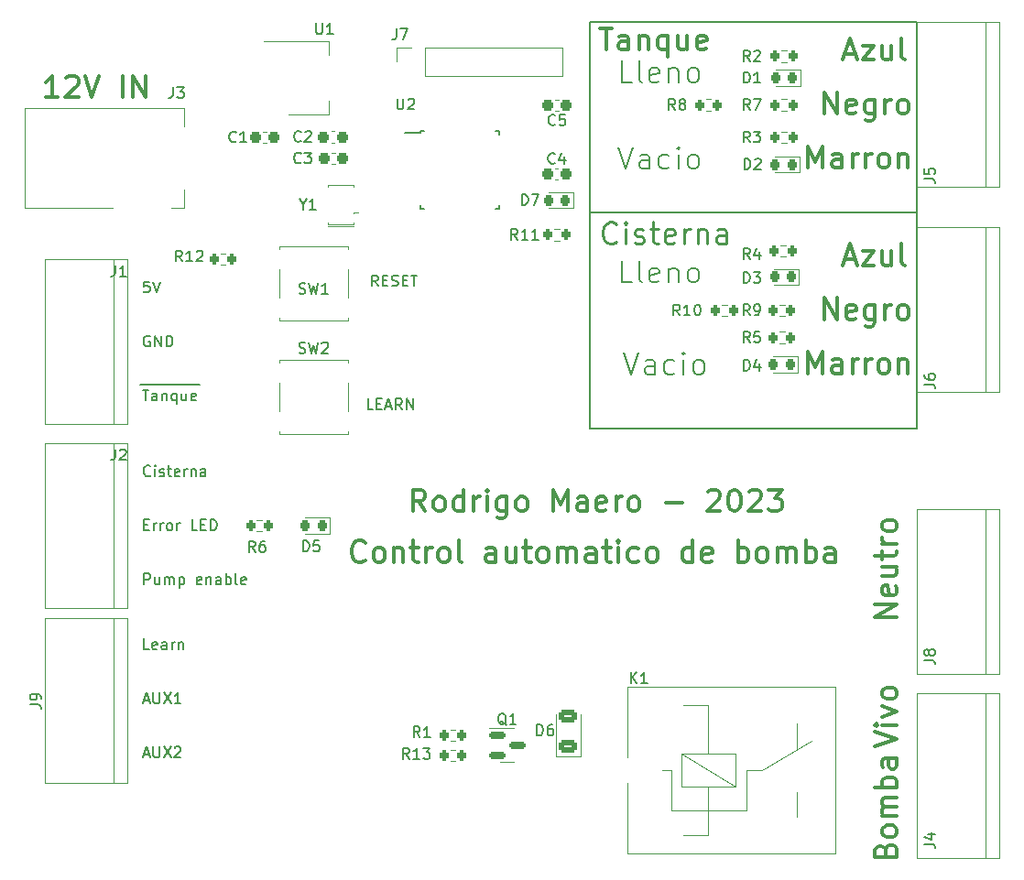
<source format=gbr>
%TF.GenerationSoftware,KiCad,Pcbnew,(6.0.9-0)*%
%TF.CreationDate,2023-01-29T21:20:06-03:00*%
%TF.ProjectId,WaterPumpControl,57617465-7250-4756-9d70-436f6e74726f,rev?*%
%TF.SameCoordinates,Original*%
%TF.FileFunction,Legend,Top*%
%TF.FilePolarity,Positive*%
%FSLAX46Y46*%
G04 Gerber Fmt 4.6, Leading zero omitted, Abs format (unit mm)*
G04 Created by KiCad (PCBNEW (6.0.9-0)) date 2023-01-29 21:20:06*
%MOMM*%
%LPD*%
G01*
G04 APERTURE LIST*
G04 Aperture macros list*
%AMRoundRect*
0 Rectangle with rounded corners*
0 $1 Rounding radius*
0 $2 $3 $4 $5 $6 $7 $8 $9 X,Y pos of 4 corners*
0 Add a 4 corners polygon primitive as box body*
4,1,4,$2,$3,$4,$5,$6,$7,$8,$9,$2,$3,0*
0 Add four circle primitives for the rounded corners*
1,1,$1+$1,$2,$3*
1,1,$1+$1,$4,$5*
1,1,$1+$1,$6,$7*
1,1,$1+$1,$8,$9*
0 Add four rect primitives between the rounded corners*
20,1,$1+$1,$2,$3,$4,$5,0*
20,1,$1+$1,$4,$5,$6,$7,0*
20,1,$1+$1,$6,$7,$8,$9,0*
20,1,$1+$1,$8,$9,$2,$3,0*%
G04 Aperture macros list end*
%ADD10C,0.150000*%
%ADD11C,0.250000*%
%ADD12C,0.300000*%
%ADD13C,0.120000*%
%ADD14R,3.000000X3.000000*%
%ADD15C,3.000000*%
%ADD16RoundRect,0.200000X-0.200000X-0.275000X0.200000X-0.275000X0.200000X0.275000X-0.200000X0.275000X0*%
%ADD17R,1.550000X1.300000*%
%ADD18RoundRect,0.237500X0.300000X0.237500X-0.300000X0.237500X-0.300000X-0.237500X0.300000X-0.237500X0*%
%ADD19RoundRect,0.218750X0.218750X0.256250X-0.218750X0.256250X-0.218750X-0.256250X0.218750X-0.256250X0*%
%ADD20RoundRect,0.200000X0.200000X0.275000X-0.200000X0.275000X-0.200000X-0.275000X0.200000X-0.275000X0*%
%ADD21R,1.600000X0.550000*%
%ADD22R,0.550000X1.600000*%
%ADD23R,2.000000X1.500000*%
%ADD24R,2.000000X3.800000*%
%ADD25R,1.700000X1.700000*%
%ADD26O,1.700000X1.700000*%
%ADD27R,3.200000X0.400000*%
%ADD28RoundRect,0.150000X-0.587500X-0.150000X0.587500X-0.150000X0.587500X0.150000X-0.587500X0.150000X0*%
%ADD29R,2.000000X4.500000*%
%ADD30O,2.000000X4.000000*%
%ADD31O,4.000000X2.000000*%
%ADD32RoundRect,0.250000X0.625000X-0.375000X0.625000X0.375000X-0.625000X0.375000X-0.625000X-0.375000X0*%
G04 APERTURE END LIST*
D10*
X31000000Y-54880000D02*
X36500000Y-54880000D01*
X102740000Y-21300000D02*
X72550000Y-21300000D01*
X72550000Y-21300000D02*
X72550000Y-58920000D01*
X72550000Y-58920000D02*
X102740000Y-58920000D01*
X102740000Y-58920000D02*
X102740000Y-21300000D01*
X72550000Y-38920000D02*
X102740000Y-38920000D01*
X31335595Y-67808571D02*
X31668928Y-67808571D01*
X31811785Y-68332380D02*
X31335595Y-68332380D01*
X31335595Y-67332380D01*
X31811785Y-67332380D01*
X32240357Y-68332380D02*
X32240357Y-67665714D01*
X32240357Y-67856190D02*
X32287976Y-67760952D01*
X32335595Y-67713333D01*
X32430833Y-67665714D01*
X32526071Y-67665714D01*
X32859404Y-68332380D02*
X32859404Y-67665714D01*
X32859404Y-67856190D02*
X32907023Y-67760952D01*
X32954642Y-67713333D01*
X33049880Y-67665714D01*
X33145119Y-67665714D01*
X33621309Y-68332380D02*
X33526071Y-68284761D01*
X33478452Y-68237142D01*
X33430833Y-68141904D01*
X33430833Y-67856190D01*
X33478452Y-67760952D01*
X33526071Y-67713333D01*
X33621309Y-67665714D01*
X33764166Y-67665714D01*
X33859404Y-67713333D01*
X33907023Y-67760952D01*
X33954642Y-67856190D01*
X33954642Y-68141904D01*
X33907023Y-68237142D01*
X33859404Y-68284761D01*
X33764166Y-68332380D01*
X33621309Y-68332380D01*
X34383214Y-68332380D02*
X34383214Y-67665714D01*
X34383214Y-67856190D02*
X34430833Y-67760952D01*
X34478452Y-67713333D01*
X34573690Y-67665714D01*
X34668928Y-67665714D01*
X36240357Y-68332380D02*
X35764166Y-68332380D01*
X35764166Y-67332380D01*
X36573690Y-67808571D02*
X36907023Y-67808571D01*
X37049880Y-68332380D02*
X36573690Y-68332380D01*
X36573690Y-67332380D01*
X37049880Y-67332380D01*
X37478452Y-68332380D02*
X37478452Y-67332380D01*
X37716547Y-67332380D01*
X37859404Y-67380000D01*
X37954642Y-67475238D01*
X38002261Y-67570476D01*
X38049880Y-67760952D01*
X38049880Y-67903809D01*
X38002261Y-68094285D01*
X37954642Y-68189523D01*
X37859404Y-68284761D01*
X37716547Y-68332380D01*
X37478452Y-68332380D01*
X76428571Y-45404761D02*
X75476190Y-45404761D01*
X75476190Y-43404761D01*
X77380952Y-45404761D02*
X77190476Y-45309523D01*
X77095238Y-45119047D01*
X77095238Y-43404761D01*
X78904761Y-45309523D02*
X78714285Y-45404761D01*
X78333333Y-45404761D01*
X78142857Y-45309523D01*
X78047619Y-45119047D01*
X78047619Y-44357142D01*
X78142857Y-44166666D01*
X78333333Y-44071428D01*
X78714285Y-44071428D01*
X78904761Y-44166666D01*
X79000000Y-44357142D01*
X79000000Y-44547619D01*
X78047619Y-44738095D01*
X79857142Y-44071428D02*
X79857142Y-45404761D01*
X79857142Y-44261904D02*
X79952380Y-44166666D01*
X80142857Y-44071428D01*
X80428571Y-44071428D01*
X80619047Y-44166666D01*
X80714285Y-44357142D01*
X80714285Y-45404761D01*
X81952380Y-45404761D02*
X81761904Y-45309523D01*
X81666666Y-45214285D01*
X81571428Y-45023809D01*
X81571428Y-44452380D01*
X81666666Y-44261904D01*
X81761904Y-44166666D01*
X81952380Y-44071428D01*
X82238095Y-44071428D01*
X82428571Y-44166666D01*
X82523809Y-44261904D01*
X82619047Y-44452380D01*
X82619047Y-45023809D01*
X82523809Y-45214285D01*
X82428571Y-45309523D01*
X82238095Y-45404761D01*
X81952380Y-45404761D01*
X31907023Y-63237142D02*
X31859404Y-63284761D01*
X31716547Y-63332380D01*
X31621309Y-63332380D01*
X31478452Y-63284761D01*
X31383214Y-63189523D01*
X31335595Y-63094285D01*
X31287976Y-62903809D01*
X31287976Y-62760952D01*
X31335595Y-62570476D01*
X31383214Y-62475238D01*
X31478452Y-62380000D01*
X31621309Y-62332380D01*
X31716547Y-62332380D01*
X31859404Y-62380000D01*
X31907023Y-62427619D01*
X32335595Y-63332380D02*
X32335595Y-62665714D01*
X32335595Y-62332380D02*
X32287976Y-62380000D01*
X32335595Y-62427619D01*
X32383214Y-62380000D01*
X32335595Y-62332380D01*
X32335595Y-62427619D01*
X32764166Y-63284761D02*
X32859404Y-63332380D01*
X33049880Y-63332380D01*
X33145119Y-63284761D01*
X33192738Y-63189523D01*
X33192738Y-63141904D01*
X33145119Y-63046666D01*
X33049880Y-62999047D01*
X32907023Y-62999047D01*
X32811785Y-62951428D01*
X32764166Y-62856190D01*
X32764166Y-62808571D01*
X32811785Y-62713333D01*
X32907023Y-62665714D01*
X33049880Y-62665714D01*
X33145119Y-62713333D01*
X33478452Y-62665714D02*
X33859404Y-62665714D01*
X33621309Y-62332380D02*
X33621309Y-63189523D01*
X33668928Y-63284761D01*
X33764166Y-63332380D01*
X33859404Y-63332380D01*
X34573690Y-63284761D02*
X34478452Y-63332380D01*
X34287976Y-63332380D01*
X34192738Y-63284761D01*
X34145119Y-63189523D01*
X34145119Y-62808571D01*
X34192738Y-62713333D01*
X34287976Y-62665714D01*
X34478452Y-62665714D01*
X34573690Y-62713333D01*
X34621309Y-62808571D01*
X34621309Y-62903809D01*
X34145119Y-62999047D01*
X35049880Y-63332380D02*
X35049880Y-62665714D01*
X35049880Y-62856190D02*
X35097500Y-62760952D01*
X35145119Y-62713333D01*
X35240357Y-62665714D01*
X35335595Y-62665714D01*
X35668928Y-62665714D02*
X35668928Y-63332380D01*
X35668928Y-62760952D02*
X35716547Y-62713333D01*
X35811785Y-62665714D01*
X35954642Y-62665714D01*
X36049880Y-62713333D01*
X36097500Y-62808571D01*
X36097500Y-63332380D01*
X37002261Y-63332380D02*
X37002261Y-62808571D01*
X36954642Y-62713333D01*
X36859404Y-62665714D01*
X36668928Y-62665714D01*
X36573690Y-62713333D01*
X37002261Y-63284761D02*
X36907023Y-63332380D01*
X36668928Y-63332380D01*
X36573690Y-63284761D01*
X36526071Y-63189523D01*
X36526071Y-63094285D01*
X36573690Y-62999047D01*
X36668928Y-62951428D01*
X36907023Y-62951428D01*
X37002261Y-62903809D01*
X52947619Y-45752380D02*
X52614285Y-45276190D01*
X52376190Y-45752380D02*
X52376190Y-44752380D01*
X52757142Y-44752380D01*
X52852380Y-44800000D01*
X52900000Y-44847619D01*
X52947619Y-44942857D01*
X52947619Y-45085714D01*
X52900000Y-45180952D01*
X52852380Y-45228571D01*
X52757142Y-45276190D01*
X52376190Y-45276190D01*
X53376190Y-45228571D02*
X53709523Y-45228571D01*
X53852380Y-45752380D02*
X53376190Y-45752380D01*
X53376190Y-44752380D01*
X53852380Y-44752380D01*
X54233333Y-45704761D02*
X54376190Y-45752380D01*
X54614285Y-45752380D01*
X54709523Y-45704761D01*
X54757142Y-45657142D01*
X54804761Y-45561904D01*
X54804761Y-45466666D01*
X54757142Y-45371428D01*
X54709523Y-45323809D01*
X54614285Y-45276190D01*
X54423809Y-45228571D01*
X54328571Y-45180952D01*
X54280952Y-45133333D01*
X54233333Y-45038095D01*
X54233333Y-44942857D01*
X54280952Y-44847619D01*
X54328571Y-44800000D01*
X54423809Y-44752380D01*
X54661904Y-44752380D01*
X54804761Y-44800000D01*
X55233333Y-45228571D02*
X55566666Y-45228571D01*
X55709523Y-45752380D02*
X55233333Y-45752380D01*
X55233333Y-44752380D01*
X55709523Y-44752380D01*
X55995238Y-44752380D02*
X56566666Y-44752380D01*
X56280952Y-45752380D02*
X56280952Y-44752380D01*
X76428571Y-26904761D02*
X75476190Y-26904761D01*
X75476190Y-24904761D01*
X77380952Y-26904761D02*
X77190476Y-26809523D01*
X77095238Y-26619047D01*
X77095238Y-24904761D01*
X78904761Y-26809523D02*
X78714285Y-26904761D01*
X78333333Y-26904761D01*
X78142857Y-26809523D01*
X78047619Y-26619047D01*
X78047619Y-25857142D01*
X78142857Y-25666666D01*
X78333333Y-25571428D01*
X78714285Y-25571428D01*
X78904761Y-25666666D01*
X79000000Y-25857142D01*
X79000000Y-26047619D01*
X78047619Y-26238095D01*
X79857142Y-25571428D02*
X79857142Y-26904761D01*
X79857142Y-25761904D02*
X79952380Y-25666666D01*
X80142857Y-25571428D01*
X80428571Y-25571428D01*
X80619047Y-25666666D01*
X80714285Y-25857142D01*
X80714285Y-26904761D01*
X81952380Y-26904761D02*
X81761904Y-26809523D01*
X81666666Y-26714285D01*
X81571428Y-26523809D01*
X81571428Y-25952380D01*
X81666666Y-25761904D01*
X81761904Y-25666666D01*
X81952380Y-25571428D01*
X82238095Y-25571428D01*
X82428571Y-25666666D01*
X82523809Y-25761904D01*
X82619047Y-25952380D01*
X82619047Y-26523809D01*
X82523809Y-26714285D01*
X82428571Y-26809523D01*
X82238095Y-26904761D01*
X81952380Y-26904761D01*
X31287976Y-84046666D02*
X31764166Y-84046666D01*
X31192738Y-84332380D02*
X31526071Y-83332380D01*
X31859404Y-84332380D01*
X32192738Y-83332380D02*
X32192738Y-84141904D01*
X32240357Y-84237142D01*
X32287976Y-84284761D01*
X32383214Y-84332380D01*
X32573690Y-84332380D01*
X32668928Y-84284761D01*
X32716547Y-84237142D01*
X32764166Y-84141904D01*
X32764166Y-83332380D01*
X33145119Y-83332380D02*
X33811785Y-84332380D01*
X33811785Y-83332380D02*
X33145119Y-84332380D01*
X34716547Y-84332380D02*
X34145119Y-84332380D01*
X34430833Y-84332380D02*
X34430833Y-83332380D01*
X34335595Y-83475238D01*
X34240357Y-83570476D01*
X34145119Y-83618095D01*
D11*
X74976190Y-41634285D02*
X74880952Y-41729523D01*
X74595238Y-41824761D01*
X74404761Y-41824761D01*
X74119047Y-41729523D01*
X73928571Y-41539047D01*
X73833333Y-41348571D01*
X73738095Y-40967619D01*
X73738095Y-40681904D01*
X73833333Y-40300952D01*
X73928571Y-40110476D01*
X74119047Y-39920000D01*
X74404761Y-39824761D01*
X74595238Y-39824761D01*
X74880952Y-39920000D01*
X74976190Y-40015238D01*
X75833333Y-41824761D02*
X75833333Y-40491428D01*
X75833333Y-39824761D02*
X75738095Y-39920000D01*
X75833333Y-40015238D01*
X75928571Y-39920000D01*
X75833333Y-39824761D01*
X75833333Y-40015238D01*
X76690476Y-41729523D02*
X76880952Y-41824761D01*
X77261904Y-41824761D01*
X77452380Y-41729523D01*
X77547619Y-41539047D01*
X77547619Y-41443809D01*
X77452380Y-41253333D01*
X77261904Y-41158095D01*
X76976190Y-41158095D01*
X76785714Y-41062857D01*
X76690476Y-40872380D01*
X76690476Y-40777142D01*
X76785714Y-40586666D01*
X76976190Y-40491428D01*
X77261904Y-40491428D01*
X77452380Y-40586666D01*
X78119047Y-40491428D02*
X78880952Y-40491428D01*
X78404761Y-39824761D02*
X78404761Y-41539047D01*
X78500000Y-41729523D01*
X78690476Y-41824761D01*
X78880952Y-41824761D01*
X80309523Y-41729523D02*
X80119047Y-41824761D01*
X79738095Y-41824761D01*
X79547619Y-41729523D01*
X79452380Y-41539047D01*
X79452380Y-40777142D01*
X79547619Y-40586666D01*
X79738095Y-40491428D01*
X80119047Y-40491428D01*
X80309523Y-40586666D01*
X80404761Y-40777142D01*
X80404761Y-40967619D01*
X79452380Y-41158095D01*
X81261904Y-41824761D02*
X81261904Y-40491428D01*
X81261904Y-40872380D02*
X81357142Y-40681904D01*
X81452380Y-40586666D01*
X81642857Y-40491428D01*
X81833333Y-40491428D01*
X82500000Y-40491428D02*
X82500000Y-41824761D01*
X82500000Y-40681904D02*
X82595238Y-40586666D01*
X82785714Y-40491428D01*
X83071428Y-40491428D01*
X83261904Y-40586666D01*
X83357142Y-40777142D01*
X83357142Y-41824761D01*
X85166666Y-41824761D02*
X85166666Y-40777142D01*
X85071428Y-40586666D01*
X84880952Y-40491428D01*
X84500000Y-40491428D01*
X84309523Y-40586666D01*
X85166666Y-41729523D02*
X84976190Y-41824761D01*
X84500000Y-41824761D01*
X84309523Y-41729523D01*
X84214285Y-41539047D01*
X84214285Y-41348571D01*
X84309523Y-41158095D01*
X84500000Y-41062857D01*
X84976190Y-41062857D01*
X85166666Y-40967619D01*
D12*
X92721190Y-53824761D02*
X92721190Y-51824761D01*
X93387857Y-53253333D01*
X94054523Y-51824761D01*
X94054523Y-53824761D01*
X95864047Y-53824761D02*
X95864047Y-52777142D01*
X95768809Y-52586666D01*
X95578333Y-52491428D01*
X95197380Y-52491428D01*
X95006904Y-52586666D01*
X95864047Y-53729523D02*
X95673571Y-53824761D01*
X95197380Y-53824761D01*
X95006904Y-53729523D01*
X94911666Y-53539047D01*
X94911666Y-53348571D01*
X95006904Y-53158095D01*
X95197380Y-53062857D01*
X95673571Y-53062857D01*
X95864047Y-52967619D01*
X96816428Y-53824761D02*
X96816428Y-52491428D01*
X96816428Y-52872380D02*
X96911666Y-52681904D01*
X97006904Y-52586666D01*
X97197380Y-52491428D01*
X97387857Y-52491428D01*
X98054523Y-53824761D02*
X98054523Y-52491428D01*
X98054523Y-52872380D02*
X98149761Y-52681904D01*
X98245000Y-52586666D01*
X98435476Y-52491428D01*
X98625952Y-52491428D01*
X99578333Y-53824761D02*
X99387857Y-53729523D01*
X99292619Y-53634285D01*
X99197380Y-53443809D01*
X99197380Y-52872380D01*
X99292619Y-52681904D01*
X99387857Y-52586666D01*
X99578333Y-52491428D01*
X99864047Y-52491428D01*
X100054523Y-52586666D01*
X100149761Y-52681904D01*
X100245000Y-52872380D01*
X100245000Y-53443809D01*
X100149761Y-53634285D01*
X100054523Y-53729523D01*
X99864047Y-53824761D01*
X99578333Y-53824761D01*
X101102142Y-52491428D02*
X101102142Y-53824761D01*
X101102142Y-52681904D02*
X101197380Y-52586666D01*
X101387857Y-52491428D01*
X101673571Y-52491428D01*
X101864047Y-52586666D01*
X101959285Y-52777142D01*
X101959285Y-53824761D01*
X94221190Y-48824761D02*
X94221190Y-46824761D01*
X95364047Y-48824761D01*
X95364047Y-46824761D01*
X97078333Y-48729523D02*
X96887857Y-48824761D01*
X96506904Y-48824761D01*
X96316428Y-48729523D01*
X96221190Y-48539047D01*
X96221190Y-47777142D01*
X96316428Y-47586666D01*
X96506904Y-47491428D01*
X96887857Y-47491428D01*
X97078333Y-47586666D01*
X97173571Y-47777142D01*
X97173571Y-47967619D01*
X96221190Y-48158095D01*
X98887857Y-47491428D02*
X98887857Y-49110476D01*
X98792619Y-49300952D01*
X98697380Y-49396190D01*
X98506904Y-49491428D01*
X98221190Y-49491428D01*
X98030714Y-49396190D01*
X98887857Y-48729523D02*
X98697380Y-48824761D01*
X98316428Y-48824761D01*
X98125952Y-48729523D01*
X98030714Y-48634285D01*
X97935476Y-48443809D01*
X97935476Y-47872380D01*
X98030714Y-47681904D01*
X98125952Y-47586666D01*
X98316428Y-47491428D01*
X98697380Y-47491428D01*
X98887857Y-47586666D01*
X99840238Y-48824761D02*
X99840238Y-47491428D01*
X99840238Y-47872380D02*
X99935476Y-47681904D01*
X100030714Y-47586666D01*
X100221190Y-47491428D01*
X100411666Y-47491428D01*
X101364047Y-48824761D02*
X101173571Y-48729523D01*
X101078333Y-48634285D01*
X100983095Y-48443809D01*
X100983095Y-47872380D01*
X101078333Y-47681904D01*
X101173571Y-47586666D01*
X101364047Y-47491428D01*
X101649761Y-47491428D01*
X101840238Y-47586666D01*
X101935476Y-47681904D01*
X102030714Y-47872380D01*
X102030714Y-48443809D01*
X101935476Y-48634285D01*
X101840238Y-48729523D01*
X101649761Y-48824761D01*
X101364047Y-48824761D01*
X99857142Y-97904761D02*
X99952380Y-97619047D01*
X100047619Y-97523809D01*
X100238095Y-97428571D01*
X100523809Y-97428571D01*
X100714285Y-97523809D01*
X100809523Y-97619047D01*
X100904761Y-97809523D01*
X100904761Y-98571428D01*
X98904761Y-98571428D01*
X98904761Y-97904761D01*
X99000000Y-97714285D01*
X99095238Y-97619047D01*
X99285714Y-97523809D01*
X99476190Y-97523809D01*
X99666666Y-97619047D01*
X99761904Y-97714285D01*
X99857142Y-97904761D01*
X99857142Y-98571428D01*
X100904761Y-96285714D02*
X100809523Y-96476190D01*
X100714285Y-96571428D01*
X100523809Y-96666666D01*
X99952380Y-96666666D01*
X99761904Y-96571428D01*
X99666666Y-96476190D01*
X99571428Y-96285714D01*
X99571428Y-96000000D01*
X99666666Y-95809523D01*
X99761904Y-95714285D01*
X99952380Y-95619047D01*
X100523809Y-95619047D01*
X100714285Y-95714285D01*
X100809523Y-95809523D01*
X100904761Y-96000000D01*
X100904761Y-96285714D01*
X100904761Y-94761904D02*
X99571428Y-94761904D01*
X99761904Y-94761904D02*
X99666666Y-94666666D01*
X99571428Y-94476190D01*
X99571428Y-94190476D01*
X99666666Y-94000000D01*
X99857142Y-93904761D01*
X100904761Y-93904761D01*
X99857142Y-93904761D02*
X99666666Y-93809523D01*
X99571428Y-93619047D01*
X99571428Y-93333333D01*
X99666666Y-93142857D01*
X99857142Y-93047619D01*
X100904761Y-93047619D01*
X100904761Y-92095238D02*
X98904761Y-92095238D01*
X99666666Y-92095238D02*
X99571428Y-91904761D01*
X99571428Y-91523809D01*
X99666666Y-91333333D01*
X99761904Y-91238095D01*
X99952380Y-91142857D01*
X100523809Y-91142857D01*
X100714285Y-91238095D01*
X100809523Y-91333333D01*
X100904761Y-91523809D01*
X100904761Y-91904761D01*
X100809523Y-92095238D01*
X100904761Y-89428571D02*
X99857142Y-89428571D01*
X99666666Y-89523809D01*
X99571428Y-89714285D01*
X99571428Y-90095238D01*
X99666666Y-90285714D01*
X100809523Y-89428571D02*
X100904761Y-89619047D01*
X100904761Y-90095238D01*
X100809523Y-90285714D01*
X100619047Y-90380952D01*
X100428571Y-90380952D01*
X100238095Y-90285714D01*
X100142857Y-90095238D01*
X100142857Y-89619047D01*
X100047619Y-89428571D01*
D10*
X31859404Y-50380000D02*
X31764166Y-50332380D01*
X31621309Y-50332380D01*
X31478452Y-50380000D01*
X31383214Y-50475238D01*
X31335595Y-50570476D01*
X31287976Y-50760952D01*
X31287976Y-50903809D01*
X31335595Y-51094285D01*
X31383214Y-51189523D01*
X31478452Y-51284761D01*
X31621309Y-51332380D01*
X31716547Y-51332380D01*
X31859404Y-51284761D01*
X31907023Y-51237142D01*
X31907023Y-50903809D01*
X31716547Y-50903809D01*
X32335595Y-51332380D02*
X32335595Y-50332380D01*
X32907023Y-51332380D01*
X32907023Y-50332380D01*
X33383214Y-51332380D02*
X33383214Y-50332380D01*
X33621309Y-50332380D01*
X33764166Y-50380000D01*
X33859404Y-50475238D01*
X33907023Y-50570476D01*
X33954642Y-50760952D01*
X33954642Y-50903809D01*
X33907023Y-51094285D01*
X33859404Y-51189523D01*
X33764166Y-51284761D01*
X33621309Y-51332380D01*
X33383214Y-51332380D01*
X31335595Y-73332380D02*
X31335595Y-72332380D01*
X31716547Y-72332380D01*
X31811785Y-72380000D01*
X31859404Y-72427619D01*
X31907023Y-72522857D01*
X31907023Y-72665714D01*
X31859404Y-72760952D01*
X31811785Y-72808571D01*
X31716547Y-72856190D01*
X31335595Y-72856190D01*
X32764166Y-72665714D02*
X32764166Y-73332380D01*
X32335595Y-72665714D02*
X32335595Y-73189523D01*
X32383214Y-73284761D01*
X32478452Y-73332380D01*
X32621309Y-73332380D01*
X32716547Y-73284761D01*
X32764166Y-73237142D01*
X33240357Y-73332380D02*
X33240357Y-72665714D01*
X33240357Y-72760952D02*
X33287976Y-72713333D01*
X33383214Y-72665714D01*
X33526071Y-72665714D01*
X33621309Y-72713333D01*
X33668928Y-72808571D01*
X33668928Y-73332380D01*
X33668928Y-72808571D02*
X33716547Y-72713333D01*
X33811785Y-72665714D01*
X33954642Y-72665714D01*
X34049880Y-72713333D01*
X34097500Y-72808571D01*
X34097500Y-73332380D01*
X34573690Y-72665714D02*
X34573690Y-73665714D01*
X34573690Y-72713333D02*
X34668928Y-72665714D01*
X34859404Y-72665714D01*
X34954642Y-72713333D01*
X35002261Y-72760952D01*
X35049880Y-72856190D01*
X35049880Y-73141904D01*
X35002261Y-73237142D01*
X34954642Y-73284761D01*
X34859404Y-73332380D01*
X34668928Y-73332380D01*
X34573690Y-73284761D01*
X36621309Y-73284761D02*
X36526071Y-73332380D01*
X36335595Y-73332380D01*
X36240357Y-73284761D01*
X36192738Y-73189523D01*
X36192738Y-72808571D01*
X36240357Y-72713333D01*
X36335595Y-72665714D01*
X36526071Y-72665714D01*
X36621309Y-72713333D01*
X36668928Y-72808571D01*
X36668928Y-72903809D01*
X36192738Y-72999047D01*
X37097500Y-72665714D02*
X37097500Y-73332380D01*
X37097500Y-72760952D02*
X37145119Y-72713333D01*
X37240357Y-72665714D01*
X37383214Y-72665714D01*
X37478452Y-72713333D01*
X37526071Y-72808571D01*
X37526071Y-73332380D01*
X38430833Y-73332380D02*
X38430833Y-72808571D01*
X38383214Y-72713333D01*
X38287976Y-72665714D01*
X38097500Y-72665714D01*
X38002261Y-72713333D01*
X38430833Y-73284761D02*
X38335595Y-73332380D01*
X38097500Y-73332380D01*
X38002261Y-73284761D01*
X37954642Y-73189523D01*
X37954642Y-73094285D01*
X38002261Y-72999047D01*
X38097500Y-72951428D01*
X38335595Y-72951428D01*
X38430833Y-72903809D01*
X38907023Y-73332380D02*
X38907023Y-72332380D01*
X38907023Y-72713333D02*
X39002261Y-72665714D01*
X39192738Y-72665714D01*
X39287976Y-72713333D01*
X39335595Y-72760952D01*
X39383214Y-72856190D01*
X39383214Y-73141904D01*
X39335595Y-73237142D01*
X39287976Y-73284761D01*
X39192738Y-73332380D01*
X39002261Y-73332380D01*
X38907023Y-73284761D01*
X39954642Y-73332380D02*
X39859404Y-73284761D01*
X39811785Y-73189523D01*
X39811785Y-72332380D01*
X40716547Y-73284761D02*
X40621309Y-73332380D01*
X40430833Y-73332380D01*
X40335595Y-73284761D01*
X40287976Y-73189523D01*
X40287976Y-72808571D01*
X40335595Y-72713333D01*
X40430833Y-72665714D01*
X40621309Y-72665714D01*
X40716547Y-72713333D01*
X40764166Y-72808571D01*
X40764166Y-72903809D01*
X40287976Y-72999047D01*
D12*
X98904761Y-88309523D02*
X100904761Y-87642857D01*
X98904761Y-86976190D01*
X100904761Y-86309523D02*
X99571428Y-86309523D01*
X98904761Y-86309523D02*
X99000000Y-86404761D01*
X99095238Y-86309523D01*
X99000000Y-86214285D01*
X98904761Y-86309523D01*
X99095238Y-86309523D01*
X99571428Y-85547619D02*
X100904761Y-85071428D01*
X99571428Y-84595238D01*
X100904761Y-83547619D02*
X100809523Y-83738095D01*
X100714285Y-83833333D01*
X100523809Y-83928571D01*
X99952380Y-83928571D01*
X99761904Y-83833333D01*
X99666666Y-83738095D01*
X99571428Y-83547619D01*
X99571428Y-83261904D01*
X99666666Y-83071428D01*
X99761904Y-82976190D01*
X99952380Y-82880952D01*
X100523809Y-82880952D01*
X100714285Y-82976190D01*
X100809523Y-83071428D01*
X100904761Y-83261904D01*
X100904761Y-83547619D01*
X100904761Y-76328809D02*
X98904761Y-76328809D01*
X100904761Y-75185952D01*
X98904761Y-75185952D01*
X100809523Y-73471666D02*
X100904761Y-73662142D01*
X100904761Y-74043095D01*
X100809523Y-74233571D01*
X100619047Y-74328809D01*
X99857142Y-74328809D01*
X99666666Y-74233571D01*
X99571428Y-74043095D01*
X99571428Y-73662142D01*
X99666666Y-73471666D01*
X99857142Y-73376428D01*
X100047619Y-73376428D01*
X100238095Y-74328809D01*
X99571428Y-71662142D02*
X100904761Y-71662142D01*
X99571428Y-72519285D02*
X100619047Y-72519285D01*
X100809523Y-72424047D01*
X100904761Y-72233571D01*
X100904761Y-71947857D01*
X100809523Y-71757380D01*
X100714285Y-71662142D01*
X99571428Y-70995476D02*
X99571428Y-70233571D01*
X98904761Y-70709761D02*
X100619047Y-70709761D01*
X100809523Y-70614523D01*
X100904761Y-70424047D01*
X100904761Y-70233571D01*
X100904761Y-69566904D02*
X99571428Y-69566904D01*
X99952380Y-69566904D02*
X99761904Y-69471666D01*
X99666666Y-69376428D01*
X99571428Y-69185952D01*
X99571428Y-68995476D01*
X100904761Y-68043095D02*
X100809523Y-68233571D01*
X100714285Y-68328809D01*
X100523809Y-68424047D01*
X99952380Y-68424047D01*
X99761904Y-68328809D01*
X99666666Y-68233571D01*
X99571428Y-68043095D01*
X99571428Y-67757380D01*
X99666666Y-67566904D01*
X99761904Y-67471666D01*
X99952380Y-67376428D01*
X100523809Y-67376428D01*
X100714285Y-67471666D01*
X100809523Y-67566904D01*
X100904761Y-67757380D01*
X100904761Y-68043095D01*
D10*
X75690476Y-51904761D02*
X76357142Y-53904761D01*
X77023809Y-51904761D01*
X78547619Y-53904761D02*
X78547619Y-52857142D01*
X78452380Y-52666666D01*
X78261904Y-52571428D01*
X77880952Y-52571428D01*
X77690476Y-52666666D01*
X78547619Y-53809523D02*
X78357142Y-53904761D01*
X77880952Y-53904761D01*
X77690476Y-53809523D01*
X77595238Y-53619047D01*
X77595238Y-53428571D01*
X77690476Y-53238095D01*
X77880952Y-53142857D01*
X78357142Y-53142857D01*
X78547619Y-53047619D01*
X80357142Y-53809523D02*
X80166666Y-53904761D01*
X79785714Y-53904761D01*
X79595238Y-53809523D01*
X79500000Y-53714285D01*
X79404761Y-53523809D01*
X79404761Y-52952380D01*
X79500000Y-52761904D01*
X79595238Y-52666666D01*
X79785714Y-52571428D01*
X80166666Y-52571428D01*
X80357142Y-52666666D01*
X81214285Y-53904761D02*
X81214285Y-52571428D01*
X81214285Y-51904761D02*
X81119047Y-52000000D01*
X81214285Y-52095238D01*
X81309523Y-52000000D01*
X81214285Y-51904761D01*
X81214285Y-52095238D01*
X82452380Y-53904761D02*
X82261904Y-53809523D01*
X82166666Y-53714285D01*
X82071428Y-53523809D01*
X82071428Y-52952380D01*
X82166666Y-52761904D01*
X82261904Y-52666666D01*
X82452380Y-52571428D01*
X82738095Y-52571428D01*
X82928571Y-52666666D01*
X83023809Y-52761904D01*
X83119047Y-52952380D01*
X83119047Y-53523809D01*
X83023809Y-53714285D01*
X82928571Y-53809523D01*
X82738095Y-53904761D01*
X82452380Y-53904761D01*
D12*
X94221190Y-29824761D02*
X94221190Y-27824761D01*
X95364047Y-29824761D01*
X95364047Y-27824761D01*
X97078333Y-29729523D02*
X96887857Y-29824761D01*
X96506904Y-29824761D01*
X96316428Y-29729523D01*
X96221190Y-29539047D01*
X96221190Y-28777142D01*
X96316428Y-28586666D01*
X96506904Y-28491428D01*
X96887857Y-28491428D01*
X97078333Y-28586666D01*
X97173571Y-28777142D01*
X97173571Y-28967619D01*
X96221190Y-29158095D01*
X98887857Y-28491428D02*
X98887857Y-30110476D01*
X98792619Y-30300952D01*
X98697380Y-30396190D01*
X98506904Y-30491428D01*
X98221190Y-30491428D01*
X98030714Y-30396190D01*
X98887857Y-29729523D02*
X98697380Y-29824761D01*
X98316428Y-29824761D01*
X98125952Y-29729523D01*
X98030714Y-29634285D01*
X97935476Y-29443809D01*
X97935476Y-28872380D01*
X98030714Y-28681904D01*
X98125952Y-28586666D01*
X98316428Y-28491428D01*
X98697380Y-28491428D01*
X98887857Y-28586666D01*
X99840238Y-29824761D02*
X99840238Y-28491428D01*
X99840238Y-28872380D02*
X99935476Y-28681904D01*
X100030714Y-28586666D01*
X100221190Y-28491428D01*
X100411666Y-28491428D01*
X101364047Y-29824761D02*
X101173571Y-29729523D01*
X101078333Y-29634285D01*
X100983095Y-29443809D01*
X100983095Y-28872380D01*
X101078333Y-28681904D01*
X101173571Y-28586666D01*
X101364047Y-28491428D01*
X101649761Y-28491428D01*
X101840238Y-28586666D01*
X101935476Y-28681904D01*
X102030714Y-28872380D01*
X102030714Y-29443809D01*
X101935476Y-29634285D01*
X101840238Y-29729523D01*
X101649761Y-29824761D01*
X101364047Y-29824761D01*
X73452380Y-21904761D02*
X74595238Y-21904761D01*
X74023809Y-23904761D02*
X74023809Y-21904761D01*
X76119047Y-23904761D02*
X76119047Y-22857142D01*
X76023809Y-22666666D01*
X75833333Y-22571428D01*
X75452380Y-22571428D01*
X75261904Y-22666666D01*
X76119047Y-23809523D02*
X75928571Y-23904761D01*
X75452380Y-23904761D01*
X75261904Y-23809523D01*
X75166666Y-23619047D01*
X75166666Y-23428571D01*
X75261904Y-23238095D01*
X75452380Y-23142857D01*
X75928571Y-23142857D01*
X76119047Y-23047619D01*
X77071428Y-22571428D02*
X77071428Y-23904761D01*
X77071428Y-22761904D02*
X77166666Y-22666666D01*
X77357142Y-22571428D01*
X77642857Y-22571428D01*
X77833333Y-22666666D01*
X77928571Y-22857142D01*
X77928571Y-23904761D01*
X79738095Y-22571428D02*
X79738095Y-24571428D01*
X79738095Y-23809523D02*
X79547619Y-23904761D01*
X79166666Y-23904761D01*
X78976190Y-23809523D01*
X78880952Y-23714285D01*
X78785714Y-23523809D01*
X78785714Y-22952380D01*
X78880952Y-22761904D01*
X78976190Y-22666666D01*
X79166666Y-22571428D01*
X79547619Y-22571428D01*
X79738095Y-22666666D01*
X81547619Y-22571428D02*
X81547619Y-23904761D01*
X80690476Y-22571428D02*
X80690476Y-23619047D01*
X80785714Y-23809523D01*
X80976190Y-23904761D01*
X81261904Y-23904761D01*
X81452380Y-23809523D01*
X81547619Y-23714285D01*
X83261904Y-23809523D02*
X83071428Y-23904761D01*
X82690476Y-23904761D01*
X82500000Y-23809523D01*
X82404761Y-23619047D01*
X82404761Y-22857142D01*
X82500000Y-22666666D01*
X82690476Y-22571428D01*
X83071428Y-22571428D01*
X83261904Y-22666666D01*
X83357142Y-22857142D01*
X83357142Y-23047619D01*
X82404761Y-23238095D01*
D10*
X75190476Y-32904761D02*
X75857142Y-34904761D01*
X76523809Y-32904761D01*
X78047619Y-34904761D02*
X78047619Y-33857142D01*
X77952380Y-33666666D01*
X77761904Y-33571428D01*
X77380952Y-33571428D01*
X77190476Y-33666666D01*
X78047619Y-34809523D02*
X77857142Y-34904761D01*
X77380952Y-34904761D01*
X77190476Y-34809523D01*
X77095238Y-34619047D01*
X77095238Y-34428571D01*
X77190476Y-34238095D01*
X77380952Y-34142857D01*
X77857142Y-34142857D01*
X78047619Y-34047619D01*
X79857142Y-34809523D02*
X79666666Y-34904761D01*
X79285714Y-34904761D01*
X79095238Y-34809523D01*
X79000000Y-34714285D01*
X78904761Y-34523809D01*
X78904761Y-33952380D01*
X79000000Y-33761904D01*
X79095238Y-33666666D01*
X79285714Y-33571428D01*
X79666666Y-33571428D01*
X79857142Y-33666666D01*
X80714285Y-34904761D02*
X80714285Y-33571428D01*
X80714285Y-32904761D02*
X80619047Y-33000000D01*
X80714285Y-33095238D01*
X80809523Y-33000000D01*
X80714285Y-32904761D01*
X80714285Y-33095238D01*
X81952380Y-34904761D02*
X81761904Y-34809523D01*
X81666666Y-34714285D01*
X81571428Y-34523809D01*
X81571428Y-33952380D01*
X81666666Y-33761904D01*
X81761904Y-33666666D01*
X81952380Y-33571428D01*
X82238095Y-33571428D01*
X82428571Y-33666666D01*
X82523809Y-33761904D01*
X82619047Y-33952380D01*
X82619047Y-34523809D01*
X82523809Y-34714285D01*
X82428571Y-34809523D01*
X82238095Y-34904761D01*
X81952380Y-34904761D01*
D12*
X23376190Y-28304761D02*
X22233333Y-28304761D01*
X22804761Y-28304761D02*
X22804761Y-26304761D01*
X22614285Y-26590476D01*
X22423809Y-26780952D01*
X22233333Y-26876190D01*
X24138095Y-26495238D02*
X24233333Y-26400000D01*
X24423809Y-26304761D01*
X24900000Y-26304761D01*
X25090476Y-26400000D01*
X25185714Y-26495238D01*
X25280952Y-26685714D01*
X25280952Y-26876190D01*
X25185714Y-27161904D01*
X24042857Y-28304761D01*
X25280952Y-28304761D01*
X25852380Y-26304761D02*
X26519047Y-28304761D01*
X27185714Y-26304761D01*
X29376190Y-28304761D02*
X29376190Y-26304761D01*
X30328571Y-28304761D02*
X30328571Y-26304761D01*
X31471428Y-28304761D01*
X31471428Y-26304761D01*
D10*
X52504761Y-57152380D02*
X52028571Y-57152380D01*
X52028571Y-56152380D01*
X52838095Y-56628571D02*
X53171428Y-56628571D01*
X53314285Y-57152380D02*
X52838095Y-57152380D01*
X52838095Y-56152380D01*
X53314285Y-56152380D01*
X53695238Y-56866666D02*
X54171428Y-56866666D01*
X53600000Y-57152380D02*
X53933333Y-56152380D01*
X54266666Y-57152380D01*
X55171428Y-57152380D02*
X54838095Y-56676190D01*
X54600000Y-57152380D02*
X54600000Y-56152380D01*
X54980952Y-56152380D01*
X55076190Y-56200000D01*
X55123809Y-56247619D01*
X55171428Y-56342857D01*
X55171428Y-56485714D01*
X55123809Y-56580952D01*
X55076190Y-56628571D01*
X54980952Y-56676190D01*
X54600000Y-56676190D01*
X55600000Y-57152380D02*
X55600000Y-56152380D01*
X56171428Y-57152380D01*
X56171428Y-56152380D01*
D12*
X92721190Y-34824761D02*
X92721190Y-32824761D01*
X93387857Y-34253333D01*
X94054523Y-32824761D01*
X94054523Y-34824761D01*
X95864047Y-34824761D02*
X95864047Y-33777142D01*
X95768809Y-33586666D01*
X95578333Y-33491428D01*
X95197380Y-33491428D01*
X95006904Y-33586666D01*
X95864047Y-34729523D02*
X95673571Y-34824761D01*
X95197380Y-34824761D01*
X95006904Y-34729523D01*
X94911666Y-34539047D01*
X94911666Y-34348571D01*
X95006904Y-34158095D01*
X95197380Y-34062857D01*
X95673571Y-34062857D01*
X95864047Y-33967619D01*
X96816428Y-34824761D02*
X96816428Y-33491428D01*
X96816428Y-33872380D02*
X96911666Y-33681904D01*
X97006904Y-33586666D01*
X97197380Y-33491428D01*
X97387857Y-33491428D01*
X98054523Y-34824761D02*
X98054523Y-33491428D01*
X98054523Y-33872380D02*
X98149761Y-33681904D01*
X98245000Y-33586666D01*
X98435476Y-33491428D01*
X98625952Y-33491428D01*
X99578333Y-34824761D02*
X99387857Y-34729523D01*
X99292619Y-34634285D01*
X99197380Y-34443809D01*
X99197380Y-33872380D01*
X99292619Y-33681904D01*
X99387857Y-33586666D01*
X99578333Y-33491428D01*
X99864047Y-33491428D01*
X100054523Y-33586666D01*
X100149761Y-33681904D01*
X100245000Y-33872380D01*
X100245000Y-34443809D01*
X100149761Y-34634285D01*
X100054523Y-34729523D01*
X99864047Y-34824761D01*
X99578333Y-34824761D01*
X101102142Y-33491428D02*
X101102142Y-34824761D01*
X101102142Y-33681904D02*
X101197380Y-33586666D01*
X101387857Y-33491428D01*
X101673571Y-33491428D01*
X101864047Y-33586666D01*
X101959285Y-33777142D01*
X101959285Y-34824761D01*
D10*
X31811785Y-79332380D02*
X31335595Y-79332380D01*
X31335595Y-78332380D01*
X32526071Y-79284761D02*
X32430833Y-79332380D01*
X32240357Y-79332380D01*
X32145119Y-79284761D01*
X32097500Y-79189523D01*
X32097500Y-78808571D01*
X32145119Y-78713333D01*
X32240357Y-78665714D01*
X32430833Y-78665714D01*
X32526071Y-78713333D01*
X32573690Y-78808571D01*
X32573690Y-78903809D01*
X32097500Y-78999047D01*
X33430833Y-79332380D02*
X33430833Y-78808571D01*
X33383214Y-78713333D01*
X33287976Y-78665714D01*
X33097500Y-78665714D01*
X33002261Y-78713333D01*
X33430833Y-79284761D02*
X33335595Y-79332380D01*
X33097500Y-79332380D01*
X33002261Y-79284761D01*
X32954642Y-79189523D01*
X32954642Y-79094285D01*
X33002261Y-78999047D01*
X33097500Y-78951428D01*
X33335595Y-78951428D01*
X33430833Y-78903809D01*
X33907023Y-79332380D02*
X33907023Y-78665714D01*
X33907023Y-78856190D02*
X33954642Y-78760952D01*
X34002261Y-78713333D01*
X34097500Y-78665714D01*
X34192738Y-78665714D01*
X34526071Y-78665714D02*
X34526071Y-79332380D01*
X34526071Y-78760952D02*
X34573690Y-78713333D01*
X34668928Y-78665714D01*
X34811785Y-78665714D01*
X34907023Y-78713333D01*
X34954642Y-78808571D01*
X34954642Y-79332380D01*
X31192738Y-55332380D02*
X31764166Y-55332380D01*
X31478452Y-56332380D02*
X31478452Y-55332380D01*
X32526071Y-56332380D02*
X32526071Y-55808571D01*
X32478452Y-55713333D01*
X32383214Y-55665714D01*
X32192738Y-55665714D01*
X32097500Y-55713333D01*
X32526071Y-56284761D02*
X32430833Y-56332380D01*
X32192738Y-56332380D01*
X32097500Y-56284761D01*
X32049880Y-56189523D01*
X32049880Y-56094285D01*
X32097500Y-55999047D01*
X32192738Y-55951428D01*
X32430833Y-55951428D01*
X32526071Y-55903809D01*
X33002261Y-55665714D02*
X33002261Y-56332380D01*
X33002261Y-55760952D02*
X33049880Y-55713333D01*
X33145119Y-55665714D01*
X33287976Y-55665714D01*
X33383214Y-55713333D01*
X33430833Y-55808571D01*
X33430833Y-56332380D01*
X34335595Y-55665714D02*
X34335595Y-56665714D01*
X34335595Y-56284761D02*
X34240357Y-56332380D01*
X34049880Y-56332380D01*
X33954642Y-56284761D01*
X33907023Y-56237142D01*
X33859404Y-56141904D01*
X33859404Y-55856190D01*
X33907023Y-55760952D01*
X33954642Y-55713333D01*
X34049880Y-55665714D01*
X34240357Y-55665714D01*
X34335595Y-55713333D01*
X35240357Y-55665714D02*
X35240357Y-56332380D01*
X34811785Y-55665714D02*
X34811785Y-56189523D01*
X34859404Y-56284761D01*
X34954642Y-56332380D01*
X35097500Y-56332380D01*
X35192738Y-56284761D01*
X35240357Y-56237142D01*
X36097500Y-56284761D02*
X36002261Y-56332380D01*
X35811785Y-56332380D01*
X35716547Y-56284761D01*
X35668928Y-56189523D01*
X35668928Y-55808571D01*
X35716547Y-55713333D01*
X35811785Y-55665714D01*
X36002261Y-55665714D01*
X36097500Y-55713333D01*
X36145119Y-55808571D01*
X36145119Y-55903809D01*
X35668928Y-55999047D01*
D12*
X96125952Y-43253333D02*
X97078333Y-43253333D01*
X95935476Y-43824761D02*
X96602142Y-41824761D01*
X97268809Y-43824761D01*
X97745000Y-42491428D02*
X98792619Y-42491428D01*
X97745000Y-43824761D01*
X98792619Y-43824761D01*
X100411666Y-42491428D02*
X100411666Y-43824761D01*
X99554523Y-42491428D02*
X99554523Y-43539047D01*
X99649761Y-43729523D01*
X99840238Y-43824761D01*
X100125952Y-43824761D01*
X100316428Y-43729523D01*
X100411666Y-43634285D01*
X101649761Y-43824761D02*
X101459285Y-43729523D01*
X101364047Y-43539047D01*
X101364047Y-41824761D01*
X57339047Y-66554761D02*
X56672380Y-65602380D01*
X56196190Y-66554761D02*
X56196190Y-64554761D01*
X56958095Y-64554761D01*
X57148571Y-64650000D01*
X57243809Y-64745238D01*
X57339047Y-64935714D01*
X57339047Y-65221428D01*
X57243809Y-65411904D01*
X57148571Y-65507142D01*
X56958095Y-65602380D01*
X56196190Y-65602380D01*
X58481904Y-66554761D02*
X58291428Y-66459523D01*
X58196190Y-66364285D01*
X58100952Y-66173809D01*
X58100952Y-65602380D01*
X58196190Y-65411904D01*
X58291428Y-65316666D01*
X58481904Y-65221428D01*
X58767619Y-65221428D01*
X58958095Y-65316666D01*
X59053333Y-65411904D01*
X59148571Y-65602380D01*
X59148571Y-66173809D01*
X59053333Y-66364285D01*
X58958095Y-66459523D01*
X58767619Y-66554761D01*
X58481904Y-66554761D01*
X60862857Y-66554761D02*
X60862857Y-64554761D01*
X60862857Y-66459523D02*
X60672380Y-66554761D01*
X60291428Y-66554761D01*
X60100952Y-66459523D01*
X60005714Y-66364285D01*
X59910476Y-66173809D01*
X59910476Y-65602380D01*
X60005714Y-65411904D01*
X60100952Y-65316666D01*
X60291428Y-65221428D01*
X60672380Y-65221428D01*
X60862857Y-65316666D01*
X61815238Y-66554761D02*
X61815238Y-65221428D01*
X61815238Y-65602380D02*
X61910476Y-65411904D01*
X62005714Y-65316666D01*
X62196190Y-65221428D01*
X62386666Y-65221428D01*
X63053333Y-66554761D02*
X63053333Y-65221428D01*
X63053333Y-64554761D02*
X62958095Y-64650000D01*
X63053333Y-64745238D01*
X63148571Y-64650000D01*
X63053333Y-64554761D01*
X63053333Y-64745238D01*
X64862857Y-65221428D02*
X64862857Y-66840476D01*
X64767619Y-67030952D01*
X64672380Y-67126190D01*
X64481904Y-67221428D01*
X64196190Y-67221428D01*
X64005714Y-67126190D01*
X64862857Y-66459523D02*
X64672380Y-66554761D01*
X64291428Y-66554761D01*
X64100952Y-66459523D01*
X64005714Y-66364285D01*
X63910476Y-66173809D01*
X63910476Y-65602380D01*
X64005714Y-65411904D01*
X64100952Y-65316666D01*
X64291428Y-65221428D01*
X64672380Y-65221428D01*
X64862857Y-65316666D01*
X66100952Y-66554761D02*
X65910476Y-66459523D01*
X65815238Y-66364285D01*
X65720000Y-66173809D01*
X65720000Y-65602380D01*
X65815238Y-65411904D01*
X65910476Y-65316666D01*
X66100952Y-65221428D01*
X66386666Y-65221428D01*
X66577142Y-65316666D01*
X66672380Y-65411904D01*
X66767619Y-65602380D01*
X66767619Y-66173809D01*
X66672380Y-66364285D01*
X66577142Y-66459523D01*
X66386666Y-66554761D01*
X66100952Y-66554761D01*
X69148571Y-66554761D02*
X69148571Y-64554761D01*
X69815238Y-65983333D01*
X70481904Y-64554761D01*
X70481904Y-66554761D01*
X72291428Y-66554761D02*
X72291428Y-65507142D01*
X72196190Y-65316666D01*
X72005714Y-65221428D01*
X71624761Y-65221428D01*
X71434285Y-65316666D01*
X72291428Y-66459523D02*
X72100952Y-66554761D01*
X71624761Y-66554761D01*
X71434285Y-66459523D01*
X71339047Y-66269047D01*
X71339047Y-66078571D01*
X71434285Y-65888095D01*
X71624761Y-65792857D01*
X72100952Y-65792857D01*
X72291428Y-65697619D01*
X74005714Y-66459523D02*
X73815238Y-66554761D01*
X73434285Y-66554761D01*
X73243809Y-66459523D01*
X73148571Y-66269047D01*
X73148571Y-65507142D01*
X73243809Y-65316666D01*
X73434285Y-65221428D01*
X73815238Y-65221428D01*
X74005714Y-65316666D01*
X74100952Y-65507142D01*
X74100952Y-65697619D01*
X73148571Y-65888095D01*
X74958095Y-66554761D02*
X74958095Y-65221428D01*
X74958095Y-65602380D02*
X75053333Y-65411904D01*
X75148571Y-65316666D01*
X75339047Y-65221428D01*
X75529523Y-65221428D01*
X76481904Y-66554761D02*
X76291428Y-66459523D01*
X76196190Y-66364285D01*
X76100952Y-66173809D01*
X76100952Y-65602380D01*
X76196190Y-65411904D01*
X76291428Y-65316666D01*
X76481904Y-65221428D01*
X76767619Y-65221428D01*
X76958095Y-65316666D01*
X77053333Y-65411904D01*
X77148571Y-65602380D01*
X77148571Y-66173809D01*
X77053333Y-66364285D01*
X76958095Y-66459523D01*
X76767619Y-66554761D01*
X76481904Y-66554761D01*
X79529523Y-65792857D02*
X81053333Y-65792857D01*
X83434285Y-64745238D02*
X83529523Y-64650000D01*
X83720000Y-64554761D01*
X84196190Y-64554761D01*
X84386666Y-64650000D01*
X84481904Y-64745238D01*
X84577142Y-64935714D01*
X84577142Y-65126190D01*
X84481904Y-65411904D01*
X83339047Y-66554761D01*
X84577142Y-66554761D01*
X85815238Y-64554761D02*
X86005714Y-64554761D01*
X86196190Y-64650000D01*
X86291428Y-64745238D01*
X86386666Y-64935714D01*
X86481904Y-65316666D01*
X86481904Y-65792857D01*
X86386666Y-66173809D01*
X86291428Y-66364285D01*
X86196190Y-66459523D01*
X86005714Y-66554761D01*
X85815238Y-66554761D01*
X85624761Y-66459523D01*
X85529523Y-66364285D01*
X85434285Y-66173809D01*
X85339047Y-65792857D01*
X85339047Y-65316666D01*
X85434285Y-64935714D01*
X85529523Y-64745238D01*
X85624761Y-64650000D01*
X85815238Y-64554761D01*
X87243809Y-64745238D02*
X87339047Y-64650000D01*
X87529523Y-64554761D01*
X88005714Y-64554761D01*
X88196190Y-64650000D01*
X88291428Y-64745238D01*
X88386666Y-64935714D01*
X88386666Y-65126190D01*
X88291428Y-65411904D01*
X87148571Y-66554761D01*
X88386666Y-66554761D01*
X89053333Y-64554761D02*
X90291428Y-64554761D01*
X89624761Y-65316666D01*
X89910476Y-65316666D01*
X90100952Y-65411904D01*
X90196190Y-65507142D01*
X90291428Y-65697619D01*
X90291428Y-66173809D01*
X90196190Y-66364285D01*
X90100952Y-66459523D01*
X89910476Y-66554761D01*
X89339047Y-66554761D01*
X89148571Y-66459523D01*
X89053333Y-66364285D01*
X96125952Y-24253333D02*
X97078333Y-24253333D01*
X95935476Y-24824761D02*
X96602142Y-22824761D01*
X97268809Y-24824761D01*
X97745000Y-23491428D02*
X98792619Y-23491428D01*
X97745000Y-24824761D01*
X98792619Y-24824761D01*
X100411666Y-23491428D02*
X100411666Y-24824761D01*
X99554523Y-23491428D02*
X99554523Y-24539047D01*
X99649761Y-24729523D01*
X99840238Y-24824761D01*
X100125952Y-24824761D01*
X100316428Y-24729523D01*
X100411666Y-24634285D01*
X101649761Y-24824761D02*
X101459285Y-24729523D01*
X101364047Y-24539047D01*
X101364047Y-22824761D01*
X51764047Y-71089285D02*
X51668809Y-71184523D01*
X51383095Y-71279761D01*
X51192619Y-71279761D01*
X50906904Y-71184523D01*
X50716428Y-70994047D01*
X50621190Y-70803571D01*
X50525952Y-70422619D01*
X50525952Y-70136904D01*
X50621190Y-69755952D01*
X50716428Y-69565476D01*
X50906904Y-69375000D01*
X51192619Y-69279761D01*
X51383095Y-69279761D01*
X51668809Y-69375000D01*
X51764047Y-69470238D01*
X52906904Y-71279761D02*
X52716428Y-71184523D01*
X52621190Y-71089285D01*
X52525952Y-70898809D01*
X52525952Y-70327380D01*
X52621190Y-70136904D01*
X52716428Y-70041666D01*
X52906904Y-69946428D01*
X53192619Y-69946428D01*
X53383095Y-70041666D01*
X53478333Y-70136904D01*
X53573571Y-70327380D01*
X53573571Y-70898809D01*
X53478333Y-71089285D01*
X53383095Y-71184523D01*
X53192619Y-71279761D01*
X52906904Y-71279761D01*
X54430714Y-69946428D02*
X54430714Y-71279761D01*
X54430714Y-70136904D02*
X54525952Y-70041666D01*
X54716428Y-69946428D01*
X55002142Y-69946428D01*
X55192619Y-70041666D01*
X55287857Y-70232142D01*
X55287857Y-71279761D01*
X55954523Y-69946428D02*
X56716428Y-69946428D01*
X56240238Y-69279761D02*
X56240238Y-70994047D01*
X56335476Y-71184523D01*
X56525952Y-71279761D01*
X56716428Y-71279761D01*
X57383095Y-71279761D02*
X57383095Y-69946428D01*
X57383095Y-70327380D02*
X57478333Y-70136904D01*
X57573571Y-70041666D01*
X57764047Y-69946428D01*
X57954523Y-69946428D01*
X58906904Y-71279761D02*
X58716428Y-71184523D01*
X58621190Y-71089285D01*
X58525952Y-70898809D01*
X58525952Y-70327380D01*
X58621190Y-70136904D01*
X58716428Y-70041666D01*
X58906904Y-69946428D01*
X59192619Y-69946428D01*
X59383095Y-70041666D01*
X59478333Y-70136904D01*
X59573571Y-70327380D01*
X59573571Y-70898809D01*
X59478333Y-71089285D01*
X59383095Y-71184523D01*
X59192619Y-71279761D01*
X58906904Y-71279761D01*
X60716428Y-71279761D02*
X60525952Y-71184523D01*
X60430714Y-70994047D01*
X60430714Y-69279761D01*
X63859285Y-71279761D02*
X63859285Y-70232142D01*
X63764047Y-70041666D01*
X63573571Y-69946428D01*
X63192619Y-69946428D01*
X63002142Y-70041666D01*
X63859285Y-71184523D02*
X63668809Y-71279761D01*
X63192619Y-71279761D01*
X63002142Y-71184523D01*
X62906904Y-70994047D01*
X62906904Y-70803571D01*
X63002142Y-70613095D01*
X63192619Y-70517857D01*
X63668809Y-70517857D01*
X63859285Y-70422619D01*
X65668809Y-69946428D02*
X65668809Y-71279761D01*
X64811666Y-69946428D02*
X64811666Y-70994047D01*
X64906904Y-71184523D01*
X65097380Y-71279761D01*
X65383095Y-71279761D01*
X65573571Y-71184523D01*
X65668809Y-71089285D01*
X66335476Y-69946428D02*
X67097380Y-69946428D01*
X66621190Y-69279761D02*
X66621190Y-70994047D01*
X66716428Y-71184523D01*
X66906904Y-71279761D01*
X67097380Y-71279761D01*
X68049761Y-71279761D02*
X67859285Y-71184523D01*
X67764047Y-71089285D01*
X67668809Y-70898809D01*
X67668809Y-70327380D01*
X67764047Y-70136904D01*
X67859285Y-70041666D01*
X68049761Y-69946428D01*
X68335476Y-69946428D01*
X68525952Y-70041666D01*
X68621190Y-70136904D01*
X68716428Y-70327380D01*
X68716428Y-70898809D01*
X68621190Y-71089285D01*
X68525952Y-71184523D01*
X68335476Y-71279761D01*
X68049761Y-71279761D01*
X69573571Y-71279761D02*
X69573571Y-69946428D01*
X69573571Y-70136904D02*
X69668809Y-70041666D01*
X69859285Y-69946428D01*
X70145000Y-69946428D01*
X70335476Y-70041666D01*
X70430714Y-70232142D01*
X70430714Y-71279761D01*
X70430714Y-70232142D02*
X70525952Y-70041666D01*
X70716428Y-69946428D01*
X71002142Y-69946428D01*
X71192619Y-70041666D01*
X71287857Y-70232142D01*
X71287857Y-71279761D01*
X73097380Y-71279761D02*
X73097380Y-70232142D01*
X73002142Y-70041666D01*
X72811666Y-69946428D01*
X72430714Y-69946428D01*
X72240238Y-70041666D01*
X73097380Y-71184523D02*
X72906904Y-71279761D01*
X72430714Y-71279761D01*
X72240238Y-71184523D01*
X72145000Y-70994047D01*
X72145000Y-70803571D01*
X72240238Y-70613095D01*
X72430714Y-70517857D01*
X72906904Y-70517857D01*
X73097380Y-70422619D01*
X73764047Y-69946428D02*
X74525952Y-69946428D01*
X74049761Y-69279761D02*
X74049761Y-70994047D01*
X74145000Y-71184523D01*
X74335476Y-71279761D01*
X74525952Y-71279761D01*
X75192619Y-71279761D02*
X75192619Y-69946428D01*
X75192619Y-69279761D02*
X75097380Y-69375000D01*
X75192619Y-69470238D01*
X75287857Y-69375000D01*
X75192619Y-69279761D01*
X75192619Y-69470238D01*
X77002142Y-71184523D02*
X76811666Y-71279761D01*
X76430714Y-71279761D01*
X76240238Y-71184523D01*
X76145000Y-71089285D01*
X76049761Y-70898809D01*
X76049761Y-70327380D01*
X76145000Y-70136904D01*
X76240238Y-70041666D01*
X76430714Y-69946428D01*
X76811666Y-69946428D01*
X77002142Y-70041666D01*
X78145000Y-71279761D02*
X77954523Y-71184523D01*
X77859285Y-71089285D01*
X77764047Y-70898809D01*
X77764047Y-70327380D01*
X77859285Y-70136904D01*
X77954523Y-70041666D01*
X78145000Y-69946428D01*
X78430714Y-69946428D01*
X78621190Y-70041666D01*
X78716428Y-70136904D01*
X78811666Y-70327380D01*
X78811666Y-70898809D01*
X78716428Y-71089285D01*
X78621190Y-71184523D01*
X78430714Y-71279761D01*
X78145000Y-71279761D01*
X82049761Y-71279761D02*
X82049761Y-69279761D01*
X82049761Y-71184523D02*
X81859285Y-71279761D01*
X81478333Y-71279761D01*
X81287857Y-71184523D01*
X81192619Y-71089285D01*
X81097380Y-70898809D01*
X81097380Y-70327380D01*
X81192619Y-70136904D01*
X81287857Y-70041666D01*
X81478333Y-69946428D01*
X81859285Y-69946428D01*
X82049761Y-70041666D01*
X83764047Y-71184523D02*
X83573571Y-71279761D01*
X83192619Y-71279761D01*
X83002142Y-71184523D01*
X82906904Y-70994047D01*
X82906904Y-70232142D01*
X83002142Y-70041666D01*
X83192619Y-69946428D01*
X83573571Y-69946428D01*
X83764047Y-70041666D01*
X83859285Y-70232142D01*
X83859285Y-70422619D01*
X82906904Y-70613095D01*
X86240238Y-71279761D02*
X86240238Y-69279761D01*
X86240238Y-70041666D02*
X86430714Y-69946428D01*
X86811666Y-69946428D01*
X87002142Y-70041666D01*
X87097380Y-70136904D01*
X87192619Y-70327380D01*
X87192619Y-70898809D01*
X87097380Y-71089285D01*
X87002142Y-71184523D01*
X86811666Y-71279761D01*
X86430714Y-71279761D01*
X86240238Y-71184523D01*
X88335476Y-71279761D02*
X88145000Y-71184523D01*
X88049761Y-71089285D01*
X87954523Y-70898809D01*
X87954523Y-70327380D01*
X88049761Y-70136904D01*
X88145000Y-70041666D01*
X88335476Y-69946428D01*
X88621190Y-69946428D01*
X88811666Y-70041666D01*
X88906904Y-70136904D01*
X89002142Y-70327380D01*
X89002142Y-70898809D01*
X88906904Y-71089285D01*
X88811666Y-71184523D01*
X88621190Y-71279761D01*
X88335476Y-71279761D01*
X89859285Y-71279761D02*
X89859285Y-69946428D01*
X89859285Y-70136904D02*
X89954523Y-70041666D01*
X90144999Y-69946428D01*
X90430714Y-69946428D01*
X90621190Y-70041666D01*
X90716428Y-70232142D01*
X90716428Y-71279761D01*
X90716428Y-70232142D02*
X90811666Y-70041666D01*
X91002142Y-69946428D01*
X91287857Y-69946428D01*
X91478333Y-70041666D01*
X91573571Y-70232142D01*
X91573571Y-71279761D01*
X92525952Y-71279761D02*
X92525952Y-69279761D01*
X92525952Y-70041666D02*
X92716428Y-69946428D01*
X93097380Y-69946428D01*
X93287857Y-70041666D01*
X93383095Y-70136904D01*
X93478333Y-70327380D01*
X93478333Y-70898809D01*
X93383095Y-71089285D01*
X93287857Y-71184523D01*
X93097380Y-71279761D01*
X92716428Y-71279761D01*
X92525952Y-71184523D01*
X95192619Y-71279761D02*
X95192619Y-70232142D01*
X95097380Y-70041666D01*
X94906904Y-69946428D01*
X94525952Y-69946428D01*
X94335476Y-70041666D01*
X95192619Y-71184523D02*
X95002142Y-71279761D01*
X94525952Y-71279761D01*
X94335476Y-71184523D01*
X94240238Y-70994047D01*
X94240238Y-70803571D01*
X94335476Y-70613095D01*
X94525952Y-70517857D01*
X95002142Y-70517857D01*
X95192619Y-70422619D01*
D10*
X31287976Y-89046666D02*
X31764166Y-89046666D01*
X31192738Y-89332380D02*
X31526071Y-88332380D01*
X31859404Y-89332380D01*
X32192738Y-88332380D02*
X32192738Y-89141904D01*
X32240357Y-89237142D01*
X32287976Y-89284761D01*
X32383214Y-89332380D01*
X32573690Y-89332380D01*
X32668928Y-89284761D01*
X32716547Y-89237142D01*
X32764166Y-89141904D01*
X32764166Y-88332380D01*
X33145119Y-88332380D02*
X33811785Y-89332380D01*
X33811785Y-88332380D02*
X33145119Y-89332380D01*
X34145119Y-88427619D02*
X34192738Y-88380000D01*
X34287976Y-88332380D01*
X34526071Y-88332380D01*
X34621309Y-88380000D01*
X34668928Y-88427619D01*
X34716547Y-88522857D01*
X34716547Y-88618095D01*
X34668928Y-88760952D01*
X34097500Y-89332380D01*
X34716547Y-89332380D01*
X31811785Y-45332380D02*
X31335595Y-45332380D01*
X31287976Y-45808571D01*
X31335595Y-45760952D01*
X31430833Y-45713333D01*
X31668928Y-45713333D01*
X31764166Y-45760952D01*
X31811785Y-45808571D01*
X31859404Y-45903809D01*
X31859404Y-46141904D01*
X31811785Y-46237142D01*
X31764166Y-46284761D01*
X31668928Y-46332380D01*
X31430833Y-46332380D01*
X31335595Y-46284761D01*
X31287976Y-46237142D01*
X32145119Y-45332380D02*
X32478452Y-46332380D01*
X32811785Y-45332380D01*
%TO.C,J9*%
X20802380Y-84443333D02*
X21516666Y-84443333D01*
X21659523Y-84490952D01*
X21754761Y-84586190D01*
X21802380Y-84729047D01*
X21802380Y-84824285D01*
X21802380Y-83919523D02*
X21802380Y-83729047D01*
X21754761Y-83633809D01*
X21707142Y-83586190D01*
X21564285Y-83490952D01*
X21373809Y-83443333D01*
X20992857Y-83443333D01*
X20897619Y-83490952D01*
X20850000Y-83538571D01*
X20802380Y-83633809D01*
X20802380Y-83824285D01*
X20850000Y-83919523D01*
X20897619Y-83967142D01*
X20992857Y-84014761D01*
X21230952Y-84014761D01*
X21326190Y-83967142D01*
X21373809Y-83919523D01*
X21421428Y-83824285D01*
X21421428Y-83633809D01*
X21373809Y-83538571D01*
X21326190Y-83490952D01*
X21230952Y-83443333D01*
%TO.C,J4*%
X103452380Y-97333333D02*
X104166666Y-97333333D01*
X104309523Y-97380952D01*
X104404761Y-97476190D01*
X104452380Y-97619047D01*
X104452380Y-97714285D01*
X103785714Y-96428571D02*
X104452380Y-96428571D01*
X103404761Y-96666666D02*
X104119047Y-96904761D01*
X104119047Y-96285714D01*
%TO.C,R12*%
X34857142Y-43452380D02*
X34523809Y-42976190D01*
X34285714Y-43452380D02*
X34285714Y-42452380D01*
X34666666Y-42452380D01*
X34761904Y-42500000D01*
X34809523Y-42547619D01*
X34857142Y-42642857D01*
X34857142Y-42785714D01*
X34809523Y-42880952D01*
X34761904Y-42928571D01*
X34666666Y-42976190D01*
X34285714Y-42976190D01*
X35809523Y-43452380D02*
X35238095Y-43452380D01*
X35523809Y-43452380D02*
X35523809Y-42452380D01*
X35428571Y-42595238D01*
X35333333Y-42690476D01*
X35238095Y-42738095D01*
X36190476Y-42547619D02*
X36238095Y-42500000D01*
X36333333Y-42452380D01*
X36571428Y-42452380D01*
X36666666Y-42500000D01*
X36714285Y-42547619D01*
X36761904Y-42642857D01*
X36761904Y-42738095D01*
X36714285Y-42880952D01*
X36142857Y-43452380D01*
X36761904Y-43452380D01*
%TO.C,SW2*%
X45666666Y-51904761D02*
X45809523Y-51952380D01*
X46047619Y-51952380D01*
X46142857Y-51904761D01*
X46190476Y-51857142D01*
X46238095Y-51761904D01*
X46238095Y-51666666D01*
X46190476Y-51571428D01*
X46142857Y-51523809D01*
X46047619Y-51476190D01*
X45857142Y-51428571D01*
X45761904Y-51380952D01*
X45714285Y-51333333D01*
X45666666Y-51238095D01*
X45666666Y-51142857D01*
X45714285Y-51047619D01*
X45761904Y-51000000D01*
X45857142Y-50952380D01*
X46095238Y-50952380D01*
X46238095Y-51000000D01*
X46571428Y-50952380D02*
X46809523Y-51952380D01*
X47000000Y-51238095D01*
X47190476Y-51952380D01*
X47428571Y-50952380D01*
X47761904Y-51047619D02*
X47809523Y-51000000D01*
X47904761Y-50952380D01*
X48142857Y-50952380D01*
X48238095Y-51000000D01*
X48285714Y-51047619D01*
X48333333Y-51142857D01*
X48333333Y-51238095D01*
X48285714Y-51380952D01*
X47714285Y-51952380D01*
X48333333Y-51952380D01*
%TO.C,C3*%
X45833333Y-34311032D02*
X45785714Y-34358651D01*
X45642857Y-34406270D01*
X45547619Y-34406270D01*
X45404761Y-34358651D01*
X45309523Y-34263413D01*
X45261904Y-34168175D01*
X45214285Y-33977699D01*
X45214285Y-33834842D01*
X45261904Y-33644366D01*
X45309523Y-33549128D01*
X45404761Y-33453890D01*
X45547619Y-33406270D01*
X45642857Y-33406270D01*
X45785714Y-33453890D01*
X45833333Y-33501509D01*
X46166666Y-33406270D02*
X46785714Y-33406270D01*
X46452380Y-33787223D01*
X46595238Y-33787223D01*
X46690476Y-33834842D01*
X46738095Y-33882461D01*
X46785714Y-33977699D01*
X46785714Y-34215794D01*
X46738095Y-34311032D01*
X46690476Y-34358651D01*
X46595238Y-34406270D01*
X46309523Y-34406270D01*
X46214285Y-34358651D01*
X46166666Y-34311032D01*
%TO.C,D5*%
X46024646Y-70282380D02*
X46024646Y-69282380D01*
X46262742Y-69282380D01*
X46405599Y-69330000D01*
X46500837Y-69425238D01*
X46548456Y-69520476D01*
X46596075Y-69710952D01*
X46596075Y-69853809D01*
X46548456Y-70044285D01*
X46500837Y-70139523D01*
X46405599Y-70234761D01*
X46262742Y-70282380D01*
X46024646Y-70282380D01*
X47500837Y-69282380D02*
X47024646Y-69282380D01*
X46977027Y-69758571D01*
X47024646Y-69710952D01*
X47119884Y-69663333D01*
X47357980Y-69663333D01*
X47453218Y-69710952D01*
X47500837Y-69758571D01*
X47548456Y-69853809D01*
X47548456Y-70091904D01*
X47500837Y-70187142D01*
X47453218Y-70234761D01*
X47357980Y-70282380D01*
X47119884Y-70282380D01*
X47024646Y-70234761D01*
X46977027Y-70187142D01*
%TO.C,R11*%
X65857142Y-41452380D02*
X65523809Y-40976190D01*
X65285714Y-41452380D02*
X65285714Y-40452380D01*
X65666666Y-40452380D01*
X65761904Y-40500000D01*
X65809523Y-40547619D01*
X65857142Y-40642857D01*
X65857142Y-40785714D01*
X65809523Y-40880952D01*
X65761904Y-40928571D01*
X65666666Y-40976190D01*
X65285714Y-40976190D01*
X66809523Y-41452380D02*
X66238095Y-41452380D01*
X66523809Y-41452380D02*
X66523809Y-40452380D01*
X66428571Y-40595238D01*
X66333333Y-40690476D01*
X66238095Y-40738095D01*
X67761904Y-41452380D02*
X67190476Y-41452380D01*
X67476190Y-41452380D02*
X67476190Y-40452380D01*
X67380952Y-40595238D01*
X67285714Y-40690476D01*
X67190476Y-40738095D01*
%TO.C,D2*%
X86827355Y-34954951D02*
X86827355Y-33954951D01*
X87065451Y-33954951D01*
X87208308Y-34002571D01*
X87303546Y-34097809D01*
X87351165Y-34193047D01*
X87398784Y-34383523D01*
X87398784Y-34526380D01*
X87351165Y-34716856D01*
X87303546Y-34812094D01*
X87208308Y-34907332D01*
X87065451Y-34954951D01*
X86827355Y-34954951D01*
X87779736Y-34050190D02*
X87827355Y-34002571D01*
X87922593Y-33954951D01*
X88160689Y-33954951D01*
X88255927Y-34002571D01*
X88303546Y-34050190D01*
X88351165Y-34145428D01*
X88351165Y-34240666D01*
X88303546Y-34383523D01*
X87732117Y-34954951D01*
X88351165Y-34954951D01*
%TO.C,R1*%
X56833333Y-87452380D02*
X56500000Y-86976190D01*
X56261904Y-87452380D02*
X56261904Y-86452380D01*
X56642857Y-86452380D01*
X56738095Y-86500000D01*
X56785714Y-86547619D01*
X56833333Y-86642857D01*
X56833333Y-86785714D01*
X56785714Y-86880952D01*
X56738095Y-86928571D01*
X56642857Y-86976190D01*
X56261904Y-86976190D01*
X57785714Y-87452380D02*
X57214285Y-87452380D01*
X57500000Y-87452380D02*
X57500000Y-86452380D01*
X57404761Y-86595238D01*
X57309523Y-86690476D01*
X57214285Y-86738095D01*
%TO.C,D3*%
X86761904Y-45452380D02*
X86761904Y-44452380D01*
X87000000Y-44452380D01*
X87142857Y-44500000D01*
X87238095Y-44595238D01*
X87285714Y-44690476D01*
X87333333Y-44880952D01*
X87333333Y-45023809D01*
X87285714Y-45214285D01*
X87238095Y-45309523D01*
X87142857Y-45404761D01*
X87000000Y-45452380D01*
X86761904Y-45452380D01*
X87666666Y-44452380D02*
X88285714Y-44452380D01*
X87952380Y-44833333D01*
X88095238Y-44833333D01*
X88190476Y-44880952D01*
X88238095Y-44928571D01*
X88285714Y-45023809D01*
X88285714Y-45261904D01*
X88238095Y-45357142D01*
X88190476Y-45404761D01*
X88095238Y-45452380D01*
X87809523Y-45452380D01*
X87714285Y-45404761D01*
X87666666Y-45357142D01*
%TO.C,R3*%
X87333333Y-32452380D02*
X87000000Y-31976190D01*
X86761904Y-32452380D02*
X86761904Y-31452380D01*
X87142857Y-31452380D01*
X87238095Y-31500000D01*
X87285714Y-31547619D01*
X87333333Y-31642857D01*
X87333333Y-31785714D01*
X87285714Y-31880952D01*
X87238095Y-31928571D01*
X87142857Y-31976190D01*
X86761904Y-31976190D01*
X87666666Y-31452380D02*
X88285714Y-31452380D01*
X87952380Y-31833333D01*
X88095238Y-31833333D01*
X88190476Y-31880952D01*
X88238095Y-31928571D01*
X88285714Y-32023809D01*
X88285714Y-32261904D01*
X88238095Y-32357142D01*
X88190476Y-32404761D01*
X88095238Y-32452380D01*
X87809523Y-32452380D01*
X87714285Y-32404761D01*
X87666666Y-32357142D01*
%TO.C,U2*%
X54738095Y-28402380D02*
X54738095Y-29211904D01*
X54785714Y-29307142D01*
X54833333Y-29354761D01*
X54928571Y-29402380D01*
X55119047Y-29402380D01*
X55214285Y-29354761D01*
X55261904Y-29307142D01*
X55309523Y-29211904D01*
X55309523Y-28402380D01*
X55738095Y-28497619D02*
X55785714Y-28450000D01*
X55880952Y-28402380D01*
X56119047Y-28402380D01*
X56214285Y-28450000D01*
X56261904Y-28497619D01*
X56309523Y-28592857D01*
X56309523Y-28688095D01*
X56261904Y-28830952D01*
X55690476Y-29402380D01*
X56309523Y-29402380D01*
%TO.C,C1*%
X39833333Y-32357142D02*
X39785714Y-32404761D01*
X39642857Y-32452380D01*
X39547619Y-32452380D01*
X39404761Y-32404761D01*
X39309523Y-32309523D01*
X39261904Y-32214285D01*
X39214285Y-32023809D01*
X39214285Y-31880952D01*
X39261904Y-31690476D01*
X39309523Y-31595238D01*
X39404761Y-31500000D01*
X39547619Y-31452380D01*
X39642857Y-31452380D01*
X39785714Y-31500000D01*
X39833333Y-31547619D01*
X40785714Y-32452380D02*
X40214285Y-32452380D01*
X40500000Y-32452380D02*
X40500000Y-31452380D01*
X40404761Y-31595238D01*
X40309523Y-31690476D01*
X40214285Y-31738095D01*
%TO.C,U1*%
X47238095Y-21452380D02*
X47238095Y-22261904D01*
X47285714Y-22357142D01*
X47333333Y-22404761D01*
X47428571Y-22452380D01*
X47619047Y-22452380D01*
X47714285Y-22404761D01*
X47761904Y-22357142D01*
X47809523Y-22261904D01*
X47809523Y-21452380D01*
X48809523Y-22452380D02*
X48238095Y-22452380D01*
X48523809Y-22452380D02*
X48523809Y-21452380D01*
X48428571Y-21595238D01*
X48333333Y-21690476D01*
X48238095Y-21738095D01*
%TO.C,R13*%
X55857142Y-89452380D02*
X55523809Y-88976190D01*
X55285714Y-89452380D02*
X55285714Y-88452380D01*
X55666666Y-88452380D01*
X55761904Y-88500000D01*
X55809523Y-88547619D01*
X55857142Y-88642857D01*
X55857142Y-88785714D01*
X55809523Y-88880952D01*
X55761904Y-88928571D01*
X55666666Y-88976190D01*
X55285714Y-88976190D01*
X56809523Y-89452380D02*
X56238095Y-89452380D01*
X56523809Y-89452380D02*
X56523809Y-88452380D01*
X56428571Y-88595238D01*
X56333333Y-88690476D01*
X56238095Y-88738095D01*
X57142857Y-88452380D02*
X57761904Y-88452380D01*
X57428571Y-88833333D01*
X57571428Y-88833333D01*
X57666666Y-88880952D01*
X57714285Y-88928571D01*
X57761904Y-89023809D01*
X57761904Y-89261904D01*
X57714285Y-89357142D01*
X57666666Y-89404761D01*
X57571428Y-89452380D01*
X57285714Y-89452380D01*
X57190476Y-89404761D01*
X57142857Y-89357142D01*
%TO.C,J8*%
X103452380Y-80333333D02*
X104166666Y-80333333D01*
X104309523Y-80380952D01*
X104404761Y-80476190D01*
X104452380Y-80619047D01*
X104452380Y-80714285D01*
X103880952Y-79714285D02*
X103833333Y-79809523D01*
X103785714Y-79857142D01*
X103690476Y-79904761D01*
X103642857Y-79904761D01*
X103547619Y-79857142D01*
X103500000Y-79809523D01*
X103452380Y-79714285D01*
X103452380Y-79523809D01*
X103500000Y-79428571D01*
X103547619Y-79380952D01*
X103642857Y-79333333D01*
X103690476Y-79333333D01*
X103785714Y-79380952D01*
X103833333Y-79428571D01*
X103880952Y-79523809D01*
X103880952Y-79714285D01*
X103928571Y-79809523D01*
X103976190Y-79857142D01*
X104071428Y-79904761D01*
X104261904Y-79904761D01*
X104357142Y-79857142D01*
X104404761Y-79809523D01*
X104452380Y-79714285D01*
X104452380Y-79523809D01*
X104404761Y-79428571D01*
X104357142Y-79380952D01*
X104261904Y-79333333D01*
X104071428Y-79333333D01*
X103976190Y-79380952D01*
X103928571Y-79428571D01*
X103880952Y-79523809D01*
%TO.C,J7*%
X54666666Y-21952380D02*
X54666666Y-22666666D01*
X54619047Y-22809523D01*
X54523809Y-22904761D01*
X54380952Y-22952380D01*
X54285714Y-22952380D01*
X55047619Y-21952380D02*
X55714285Y-21952380D01*
X55285714Y-22952380D01*
%TO.C,J5*%
X103452380Y-35833333D02*
X104166666Y-35833333D01*
X104309523Y-35880952D01*
X104404761Y-35976190D01*
X104452380Y-36119047D01*
X104452380Y-36214285D01*
X103452380Y-34880952D02*
X103452380Y-35357142D01*
X103928571Y-35404761D01*
X103880952Y-35357142D01*
X103833333Y-35261904D01*
X103833333Y-35023809D01*
X103880952Y-34928571D01*
X103928571Y-34880952D01*
X104023809Y-34833333D01*
X104261904Y-34833333D01*
X104357142Y-34880952D01*
X104404761Y-34928571D01*
X104452380Y-35023809D01*
X104452380Y-35261904D01*
X104404761Y-35357142D01*
X104357142Y-35404761D01*
%TO.C,C5*%
X69333333Y-30787142D02*
X69285714Y-30834761D01*
X69142857Y-30882380D01*
X69047619Y-30882380D01*
X68904761Y-30834761D01*
X68809523Y-30739523D01*
X68761904Y-30644285D01*
X68714285Y-30453809D01*
X68714285Y-30310952D01*
X68761904Y-30120476D01*
X68809523Y-30025238D01*
X68904761Y-29930000D01*
X69047619Y-29882380D01*
X69142857Y-29882380D01*
X69285714Y-29930000D01*
X69333333Y-29977619D01*
X70238095Y-29882380D02*
X69761904Y-29882380D01*
X69714285Y-30358571D01*
X69761904Y-30310952D01*
X69857142Y-30263333D01*
X70095238Y-30263333D01*
X70190476Y-30310952D01*
X70238095Y-30358571D01*
X70285714Y-30453809D01*
X70285714Y-30691904D01*
X70238095Y-30787142D01*
X70190476Y-30834761D01*
X70095238Y-30882380D01*
X69857142Y-30882380D01*
X69761904Y-30834761D01*
X69714285Y-30787142D01*
%TO.C,J1*%
X28666666Y-43832380D02*
X28666666Y-44546666D01*
X28619047Y-44689523D01*
X28523809Y-44784761D01*
X28380952Y-44832380D01*
X28285714Y-44832380D01*
X29666666Y-44832380D02*
X29095238Y-44832380D01*
X29380952Y-44832380D02*
X29380952Y-43832380D01*
X29285714Y-43975238D01*
X29190476Y-44070476D01*
X29095238Y-44118095D01*
%TO.C,R7*%
X87333333Y-29452380D02*
X87000000Y-28976190D01*
X86761904Y-29452380D02*
X86761904Y-28452380D01*
X87142857Y-28452380D01*
X87238095Y-28500000D01*
X87285714Y-28547619D01*
X87333333Y-28642857D01*
X87333333Y-28785714D01*
X87285714Y-28880952D01*
X87238095Y-28928571D01*
X87142857Y-28976190D01*
X86761904Y-28976190D01*
X87666666Y-28452380D02*
X88333333Y-28452380D01*
X87904761Y-29452380D01*
%TO.C,D4*%
X86761904Y-53552380D02*
X86761904Y-52552380D01*
X87000000Y-52552380D01*
X87142857Y-52600000D01*
X87238095Y-52695238D01*
X87285714Y-52790476D01*
X87333333Y-52980952D01*
X87333333Y-53123809D01*
X87285714Y-53314285D01*
X87238095Y-53409523D01*
X87142857Y-53504761D01*
X87000000Y-53552380D01*
X86761904Y-53552380D01*
X88190476Y-52885714D02*
X88190476Y-53552380D01*
X87952380Y-52504761D02*
X87714285Y-53219047D01*
X88333333Y-53219047D01*
%TO.C,R5*%
X87333333Y-50952380D02*
X87000000Y-50476190D01*
X86761904Y-50952380D02*
X86761904Y-49952380D01*
X87142857Y-49952380D01*
X87238095Y-50000000D01*
X87285714Y-50047619D01*
X87333333Y-50142857D01*
X87333333Y-50285714D01*
X87285714Y-50380952D01*
X87238095Y-50428571D01*
X87142857Y-50476190D01*
X86761904Y-50476190D01*
X88238095Y-49952380D02*
X87761904Y-49952380D01*
X87714285Y-50428571D01*
X87761904Y-50380952D01*
X87857142Y-50333333D01*
X88095238Y-50333333D01*
X88190476Y-50380952D01*
X88238095Y-50428571D01*
X88285714Y-50523809D01*
X88285714Y-50761904D01*
X88238095Y-50857142D01*
X88190476Y-50904761D01*
X88095238Y-50952380D01*
X87857142Y-50952380D01*
X87761904Y-50904761D01*
X87714285Y-50857142D01*
%TO.C,R9*%
X87333333Y-48440578D02*
X87000000Y-47964388D01*
X86761904Y-48440578D02*
X86761904Y-47440578D01*
X87142857Y-47440578D01*
X87238095Y-47488198D01*
X87285714Y-47535817D01*
X87333333Y-47631055D01*
X87333333Y-47773912D01*
X87285714Y-47869150D01*
X87238095Y-47916769D01*
X87142857Y-47964388D01*
X86761904Y-47964388D01*
X87809523Y-48440578D02*
X88000000Y-48440578D01*
X88095238Y-48392959D01*
X88142857Y-48345340D01*
X88238095Y-48202483D01*
X88285714Y-48012007D01*
X88285714Y-47631055D01*
X88238095Y-47535817D01*
X88190476Y-47488198D01*
X88095238Y-47440578D01*
X87904761Y-47440578D01*
X87809523Y-47488198D01*
X87761904Y-47535817D01*
X87714285Y-47631055D01*
X87714285Y-47869150D01*
X87761904Y-47964388D01*
X87809523Y-48012007D01*
X87904761Y-48059626D01*
X88095238Y-48059626D01*
X88190476Y-48012007D01*
X88238095Y-47964388D01*
X88285714Y-47869150D01*
%TO.C,SW1*%
X45666666Y-46404761D02*
X45809523Y-46452380D01*
X46047619Y-46452380D01*
X46142857Y-46404761D01*
X46190476Y-46357142D01*
X46238095Y-46261904D01*
X46238095Y-46166666D01*
X46190476Y-46071428D01*
X46142857Y-46023809D01*
X46047619Y-45976190D01*
X45857142Y-45928571D01*
X45761904Y-45880952D01*
X45714285Y-45833333D01*
X45666666Y-45738095D01*
X45666666Y-45642857D01*
X45714285Y-45547619D01*
X45761904Y-45500000D01*
X45857142Y-45452380D01*
X46095238Y-45452380D01*
X46238095Y-45500000D01*
X46571428Y-45452380D02*
X46809523Y-46452380D01*
X47000000Y-45738095D01*
X47190476Y-46452380D01*
X47428571Y-45452380D01*
X48333333Y-46452380D02*
X47761904Y-46452380D01*
X48047619Y-46452380D02*
X48047619Y-45452380D01*
X47952380Y-45595238D01*
X47857142Y-45690476D01*
X47761904Y-45738095D01*
%TO.C,R4*%
X87333333Y-43252380D02*
X87000000Y-42776190D01*
X86761904Y-43252380D02*
X86761904Y-42252380D01*
X87142857Y-42252380D01*
X87238095Y-42300000D01*
X87285714Y-42347619D01*
X87333333Y-42442857D01*
X87333333Y-42585714D01*
X87285714Y-42680952D01*
X87238095Y-42728571D01*
X87142857Y-42776190D01*
X86761904Y-42776190D01*
X88190476Y-42585714D02*
X88190476Y-43252380D01*
X87952380Y-42204761D02*
X87714285Y-42919047D01*
X88333333Y-42919047D01*
%TO.C,C2*%
X45833333Y-32311032D02*
X45785714Y-32358651D01*
X45642857Y-32406270D01*
X45547619Y-32406270D01*
X45404761Y-32358651D01*
X45309523Y-32263413D01*
X45261904Y-32168175D01*
X45214285Y-31977699D01*
X45214285Y-31834842D01*
X45261904Y-31644366D01*
X45309523Y-31549128D01*
X45404761Y-31453890D01*
X45547619Y-31406270D01*
X45642857Y-31406270D01*
X45785714Y-31453890D01*
X45833333Y-31501509D01*
X46214285Y-31501509D02*
X46261904Y-31453890D01*
X46357142Y-31406270D01*
X46595238Y-31406270D01*
X46690476Y-31453890D01*
X46738095Y-31501509D01*
X46785714Y-31596747D01*
X46785714Y-31691985D01*
X46738095Y-31834842D01*
X46166666Y-32406270D01*
X46785714Y-32406270D01*
%TO.C,D7*%
X66261904Y-38252380D02*
X66261904Y-37252380D01*
X66500000Y-37252380D01*
X66642857Y-37300000D01*
X66738095Y-37395238D01*
X66785714Y-37490476D01*
X66833333Y-37680952D01*
X66833333Y-37823809D01*
X66785714Y-38014285D01*
X66738095Y-38109523D01*
X66642857Y-38204761D01*
X66500000Y-38252380D01*
X66261904Y-38252380D01*
X67166666Y-37252380D02*
X67833333Y-37252380D01*
X67404761Y-38252380D01*
%TO.C,D1*%
X86761904Y-26952380D02*
X86761904Y-25952380D01*
X87000000Y-25952380D01*
X87142857Y-26000000D01*
X87238095Y-26095238D01*
X87285714Y-26190476D01*
X87333333Y-26380952D01*
X87333333Y-26523809D01*
X87285714Y-26714285D01*
X87238095Y-26809523D01*
X87142857Y-26904761D01*
X87000000Y-26952380D01*
X86761904Y-26952380D01*
X88285714Y-26952380D02*
X87714285Y-26952380D01*
X88000000Y-26952380D02*
X88000000Y-25952380D01*
X87904761Y-26095238D01*
X87809523Y-26190476D01*
X87714285Y-26238095D01*
%TO.C,R2*%
X87333333Y-24952380D02*
X87000000Y-24476190D01*
X86761904Y-24952380D02*
X86761904Y-23952380D01*
X87142857Y-23952380D01*
X87238095Y-24000000D01*
X87285714Y-24047619D01*
X87333333Y-24142857D01*
X87333333Y-24285714D01*
X87285714Y-24380952D01*
X87238095Y-24428571D01*
X87142857Y-24476190D01*
X86761904Y-24476190D01*
X87714285Y-24047619D02*
X87761904Y-24000000D01*
X87857142Y-23952380D01*
X88095238Y-23952380D01*
X88190476Y-24000000D01*
X88238095Y-24047619D01*
X88285714Y-24142857D01*
X88285714Y-24238095D01*
X88238095Y-24380952D01*
X87666666Y-24952380D01*
X88285714Y-24952380D01*
%TO.C,R6*%
X41596075Y-70332380D02*
X41262742Y-69856190D01*
X41024646Y-70332380D02*
X41024646Y-69332380D01*
X41405599Y-69332380D01*
X41500837Y-69380000D01*
X41548456Y-69427619D01*
X41596075Y-69522857D01*
X41596075Y-69665714D01*
X41548456Y-69760952D01*
X41500837Y-69808571D01*
X41405599Y-69856190D01*
X41024646Y-69856190D01*
X42453218Y-69332380D02*
X42262742Y-69332380D01*
X42167503Y-69380000D01*
X42119884Y-69427619D01*
X42024646Y-69570476D01*
X41977027Y-69760952D01*
X41977027Y-70141904D01*
X42024646Y-70237142D01*
X42072265Y-70284761D01*
X42167503Y-70332380D01*
X42357980Y-70332380D01*
X42453218Y-70284761D01*
X42500837Y-70237142D01*
X42548456Y-70141904D01*
X42548456Y-69903809D01*
X42500837Y-69808571D01*
X42453218Y-69760952D01*
X42357980Y-69713333D01*
X42167503Y-69713333D01*
X42072265Y-69760952D01*
X42024646Y-69808571D01*
X41977027Y-69903809D01*
%TO.C,K1*%
X76311904Y-82452380D02*
X76311904Y-81452380D01*
X76883333Y-82452380D02*
X76454761Y-81880952D01*
X76883333Y-81452380D02*
X76311904Y-82023809D01*
X77835714Y-82452380D02*
X77264285Y-82452380D01*
X77550000Y-82452380D02*
X77550000Y-81452380D01*
X77454761Y-81595238D01*
X77359523Y-81690476D01*
X77264285Y-81738095D01*
%TO.C,Y1*%
X46023809Y-38176190D02*
X46023809Y-38652380D01*
X45690476Y-37652380D02*
X46023809Y-38176190D01*
X46357142Y-37652380D01*
X47214285Y-38652380D02*
X46642857Y-38652380D01*
X46928571Y-38652380D02*
X46928571Y-37652380D01*
X46833333Y-37795238D01*
X46738095Y-37890476D01*
X46642857Y-37938095D01*
%TO.C,Q1*%
X64804761Y-86347619D02*
X64709523Y-86300000D01*
X64614285Y-86204761D01*
X64471428Y-86061904D01*
X64376190Y-86014285D01*
X64280952Y-86014285D01*
X64328571Y-86252380D02*
X64233333Y-86204761D01*
X64138095Y-86109523D01*
X64090476Y-85919047D01*
X64090476Y-85585714D01*
X64138095Y-85395238D01*
X64233333Y-85300000D01*
X64328571Y-85252380D01*
X64519047Y-85252380D01*
X64614285Y-85300000D01*
X64709523Y-85395238D01*
X64757142Y-85585714D01*
X64757142Y-85919047D01*
X64709523Y-86109523D01*
X64614285Y-86204761D01*
X64519047Y-86252380D01*
X64328571Y-86252380D01*
X65709523Y-86252380D02*
X65138095Y-86252380D01*
X65423809Y-86252380D02*
X65423809Y-85252380D01*
X65328571Y-85395238D01*
X65233333Y-85490476D01*
X65138095Y-85538095D01*
%TO.C,J3*%
X34016666Y-27352380D02*
X34016666Y-28066666D01*
X33969047Y-28209523D01*
X33873809Y-28304761D01*
X33730952Y-28352380D01*
X33635714Y-28352380D01*
X34397619Y-27352380D02*
X35016666Y-27352380D01*
X34683333Y-27733333D01*
X34826190Y-27733333D01*
X34921428Y-27780952D01*
X34969047Y-27828571D01*
X35016666Y-27923809D01*
X35016666Y-28161904D01*
X34969047Y-28257142D01*
X34921428Y-28304761D01*
X34826190Y-28352380D01*
X34540476Y-28352380D01*
X34445238Y-28304761D01*
X34397619Y-28257142D01*
%TO.C,J2*%
X28666666Y-60832380D02*
X28666666Y-61546666D01*
X28619047Y-61689523D01*
X28523809Y-61784761D01*
X28380952Y-61832380D01*
X28285714Y-61832380D01*
X29095238Y-60927619D02*
X29142857Y-60880000D01*
X29238095Y-60832380D01*
X29476190Y-60832380D01*
X29571428Y-60880000D01*
X29619047Y-60927619D01*
X29666666Y-61022857D01*
X29666666Y-61118095D01*
X29619047Y-61260952D01*
X29047619Y-61832380D01*
X29666666Y-61832380D01*
%TO.C,R10*%
X80857142Y-48452380D02*
X80523809Y-47976190D01*
X80285714Y-48452380D02*
X80285714Y-47452380D01*
X80666666Y-47452380D01*
X80761904Y-47500000D01*
X80809523Y-47547619D01*
X80857142Y-47642857D01*
X80857142Y-47785714D01*
X80809523Y-47880952D01*
X80761904Y-47928571D01*
X80666666Y-47976190D01*
X80285714Y-47976190D01*
X81809523Y-48452380D02*
X81238095Y-48452380D01*
X81523809Y-48452380D02*
X81523809Y-47452380D01*
X81428571Y-47595238D01*
X81333333Y-47690476D01*
X81238095Y-47738095D01*
X82428571Y-47452380D02*
X82523809Y-47452380D01*
X82619047Y-47500000D01*
X82666666Y-47547619D01*
X82714285Y-47642857D01*
X82761904Y-47833333D01*
X82761904Y-48071428D01*
X82714285Y-48261904D01*
X82666666Y-48357142D01*
X82619047Y-48404761D01*
X82523809Y-48452380D01*
X82428571Y-48452380D01*
X82333333Y-48404761D01*
X82285714Y-48357142D01*
X82238095Y-48261904D01*
X82190476Y-48071428D01*
X82190476Y-47833333D01*
X82238095Y-47642857D01*
X82285714Y-47547619D01*
X82333333Y-47500000D01*
X82428571Y-47452380D01*
%TO.C,D6*%
X67654169Y-87289724D02*
X67654169Y-86289724D01*
X67892265Y-86289724D01*
X68035122Y-86337344D01*
X68130360Y-86432582D01*
X68177979Y-86527820D01*
X68225598Y-86718296D01*
X68225598Y-86861153D01*
X68177979Y-87051629D01*
X68130360Y-87146867D01*
X68035122Y-87242105D01*
X67892265Y-87289724D01*
X67654169Y-87289724D01*
X69082741Y-86289724D02*
X68892265Y-86289724D01*
X68797026Y-86337344D01*
X68749407Y-86384963D01*
X68654169Y-86527820D01*
X68606550Y-86718296D01*
X68606550Y-87099248D01*
X68654169Y-87194486D01*
X68701788Y-87242105D01*
X68797026Y-87289724D01*
X68987503Y-87289724D01*
X69082741Y-87242105D01*
X69130360Y-87194486D01*
X69177979Y-87099248D01*
X69177979Y-86861153D01*
X69130360Y-86765915D01*
X69082741Y-86718296D01*
X68987503Y-86670677D01*
X68797026Y-86670677D01*
X68701788Y-86718296D01*
X68654169Y-86765915D01*
X68606550Y-86861153D01*
%TO.C,C4*%
X69305615Y-34357142D02*
X69257996Y-34404761D01*
X69115139Y-34452380D01*
X69019901Y-34452380D01*
X68877043Y-34404761D01*
X68781805Y-34309523D01*
X68734186Y-34214285D01*
X68686567Y-34023809D01*
X68686567Y-33880952D01*
X68734186Y-33690476D01*
X68781805Y-33595238D01*
X68877043Y-33500000D01*
X69019901Y-33452380D01*
X69115139Y-33452380D01*
X69257996Y-33500000D01*
X69305615Y-33547619D01*
X70162758Y-33785714D02*
X70162758Y-34452380D01*
X69924662Y-33404761D02*
X69686567Y-34119047D01*
X70305615Y-34119047D01*
%TO.C,R8*%
X80433333Y-29452380D02*
X80100000Y-28976190D01*
X79861904Y-29452380D02*
X79861904Y-28452380D01*
X80242857Y-28452380D01*
X80338095Y-28500000D01*
X80385714Y-28547619D01*
X80433333Y-28642857D01*
X80433333Y-28785714D01*
X80385714Y-28880952D01*
X80338095Y-28928571D01*
X80242857Y-28976190D01*
X79861904Y-28976190D01*
X81004761Y-28880952D02*
X80909523Y-28833333D01*
X80861904Y-28785714D01*
X80814285Y-28690476D01*
X80814285Y-28642857D01*
X80861904Y-28547619D01*
X80909523Y-28500000D01*
X81004761Y-28452380D01*
X81195238Y-28452380D01*
X81290476Y-28500000D01*
X81338095Y-28547619D01*
X81385714Y-28642857D01*
X81385714Y-28690476D01*
X81338095Y-28785714D01*
X81290476Y-28833333D01*
X81195238Y-28880952D01*
X81004761Y-28880952D01*
X80909523Y-28928571D01*
X80861904Y-28976190D01*
X80814285Y-29071428D01*
X80814285Y-29261904D01*
X80861904Y-29357142D01*
X80909523Y-29404761D01*
X81004761Y-29452380D01*
X81195238Y-29452380D01*
X81290476Y-29404761D01*
X81338095Y-29357142D01*
X81385714Y-29261904D01*
X81385714Y-29071428D01*
X81338095Y-28976190D01*
X81290476Y-28928571D01*
X81195238Y-28880952D01*
%TO.C,J6*%
X103452380Y-54833333D02*
X104166666Y-54833333D01*
X104309523Y-54880952D01*
X104404761Y-54976190D01*
X104452380Y-55119047D01*
X104452380Y-55214285D01*
X103452380Y-53928571D02*
X103452380Y-54119047D01*
X103500000Y-54214285D01*
X103547619Y-54261904D01*
X103690476Y-54357142D01*
X103880952Y-54404761D01*
X104261904Y-54404761D01*
X104357142Y-54357142D01*
X104404761Y-54309523D01*
X104452380Y-54214285D01*
X104452380Y-54023809D01*
X104404761Y-53928571D01*
X104357142Y-53880952D01*
X104261904Y-53833333D01*
X104023809Y-53833333D01*
X103928571Y-53880952D01*
X103880952Y-53928571D01*
X103833333Y-54023809D01*
X103833333Y-54214285D01*
X103880952Y-54309523D01*
X103928571Y-54357142D01*
X104023809Y-54404761D01*
D13*
%TO.C,J9*%
X29810000Y-91700000D02*
X29810000Y-76460000D01*
X29810000Y-91700000D02*
X22190000Y-91700000D01*
X29810000Y-76460000D02*
X22190000Y-76460000D01*
X28540000Y-91700000D02*
X28540000Y-76460000D01*
X22190000Y-91700000D02*
X22190000Y-76460000D01*
%TO.C,J4*%
X110360000Y-98625664D02*
X110360000Y-83385664D01*
X102740000Y-98625664D02*
X102740000Y-83385664D01*
X109090000Y-98625664D02*
X109090000Y-83385664D01*
X110360000Y-83385664D02*
X102740000Y-83385664D01*
X110360000Y-98625664D02*
X102740000Y-98625664D01*
%TO.C,R12*%
X38403612Y-42728433D02*
X38878128Y-42728433D01*
X38403612Y-43773433D02*
X38878128Y-43773433D01*
%TO.C,SW2*%
X43850000Y-52800000D02*
X43850000Y-52550000D01*
X50150000Y-59450000D02*
X43850000Y-59450000D01*
X43850000Y-52550000D02*
X50150000Y-52550000D01*
X50150000Y-52550000D02*
X50150000Y-52800000D01*
X50150000Y-59200000D02*
X50150000Y-59450000D01*
X43850000Y-57300000D02*
X43850000Y-54700000D01*
X50150000Y-54700000D02*
X50150000Y-57300000D01*
X43850000Y-59450000D02*
X43850000Y-59200000D01*
%TO.C,C3*%
X48961828Y-34463890D02*
X48669294Y-34463890D01*
X48961828Y-33443890D02*
X48669294Y-33443890D01*
%TO.C,D5*%
X48485000Y-68635000D02*
X48485000Y-67165000D01*
X48485000Y-67165000D02*
X46200000Y-67165000D01*
X46200000Y-68635000D02*
X48485000Y-68635000D01*
%TO.C,R11*%
X69737258Y-40477500D02*
X69262742Y-40477500D01*
X69737258Y-41522500D02*
X69262742Y-41522500D01*
%TO.C,D2*%
X89665451Y-35237571D02*
X91950451Y-35237571D01*
X91950451Y-35237571D02*
X91950451Y-33767571D01*
X91950451Y-33767571D02*
X89665451Y-33767571D01*
%TO.C,R1*%
X59659065Y-86732320D02*
X60133581Y-86732320D01*
X59659065Y-87777320D02*
X60133581Y-87777320D01*
%TO.C,D3*%
X91885000Y-45635000D02*
X91885000Y-44165000D01*
X91885000Y-44165000D02*
X89600000Y-44165000D01*
X89600000Y-45635000D02*
X91885000Y-45635000D01*
%TO.C,R3*%
X90737258Y-31477500D02*
X90262742Y-31477500D01*
X90737258Y-32522500D02*
X90262742Y-32522500D01*
D10*
%TO.C,U2*%
X56875000Y-31600000D02*
X55450000Y-31600000D01*
X56875000Y-38625000D02*
X57200000Y-38625000D01*
X56875000Y-31375000D02*
X56875000Y-31600000D01*
X56875000Y-38625000D02*
X56875000Y-38300000D01*
X64125000Y-38625000D02*
X64125000Y-38300000D01*
X56875000Y-31375000D02*
X57200000Y-31375000D01*
X64125000Y-31375000D02*
X64125000Y-31700000D01*
X64125000Y-31375000D02*
X63800000Y-31375000D01*
X64125000Y-38625000D02*
X63800000Y-38625000D01*
D13*
%TO.C,C1*%
X42646267Y-31490000D02*
X42353733Y-31490000D01*
X42646267Y-32510000D02*
X42353733Y-32510000D01*
%TO.C,U1*%
X44650000Y-29910000D02*
X48410000Y-29910000D01*
X48410000Y-29910000D02*
X48410000Y-28650000D01*
X42400000Y-23090000D02*
X48410000Y-23090000D01*
X48410000Y-23090000D02*
X48410000Y-24350000D01*
%TO.C,R13*%
X60135973Y-89680955D02*
X59661457Y-89680955D01*
X60135973Y-88635955D02*
X59661457Y-88635955D01*
%TO.C,J8*%
X110360000Y-81580000D02*
X110360000Y-66340000D01*
X110360000Y-81580000D02*
X102740000Y-81580000D01*
X102740000Y-81580000D02*
X102740000Y-66340000D01*
X110360000Y-66340000D02*
X102740000Y-66340000D01*
X109090000Y-81580000D02*
X109090000Y-66340000D01*
%TO.C,J7*%
X57270000Y-26330000D02*
X57270000Y-23670000D01*
X54670000Y-23670000D02*
X56000000Y-23670000D01*
X70030000Y-26330000D02*
X70030000Y-23670000D01*
X57270000Y-23670000D02*
X70030000Y-23670000D01*
X54670000Y-25000000D02*
X54670000Y-23670000D01*
X57270000Y-26330000D02*
X70030000Y-26330000D01*
%TO.C,J5*%
X102740000Y-36540000D02*
X102740000Y-21300000D01*
X110360000Y-36540000D02*
X110360000Y-21300000D01*
X110360000Y-21300000D02*
X102740000Y-21300000D01*
X109090000Y-36540000D02*
X109090000Y-21300000D01*
X110360000Y-36540000D02*
X102740000Y-36540000D01*
%TO.C,C5*%
X69646267Y-29510000D02*
X69353733Y-29510000D01*
X69646267Y-28490000D02*
X69353733Y-28490000D01*
%TO.C,J1*%
X29810000Y-58500000D02*
X22190000Y-58500000D01*
X29810000Y-43260000D02*
X22190000Y-43260000D01*
X22190000Y-58500000D02*
X22190000Y-43260000D01*
X29810000Y-58500000D02*
X29810000Y-43260000D01*
X28540000Y-58500000D02*
X28540000Y-43260000D01*
%TO.C,R7*%
X90727816Y-29522500D02*
X90253300Y-29522500D01*
X90727816Y-28477500D02*
X90253300Y-28477500D01*
%TO.C,D4*%
X89500000Y-53735000D02*
X91785000Y-53735000D01*
X91785000Y-52265000D02*
X89500000Y-52265000D01*
X91785000Y-53735000D02*
X91785000Y-52265000D01*
%TO.C,R5*%
X90537258Y-51022500D02*
X90062742Y-51022500D01*
X90537258Y-49977500D02*
X90062742Y-49977500D01*
%TO.C,R9*%
X90537258Y-47477500D02*
X90062742Y-47477500D01*
X90537258Y-48522500D02*
X90062742Y-48522500D01*
%TO.C,SW1*%
X43850000Y-48950000D02*
X43850000Y-48700000D01*
X50150000Y-48700000D02*
X50150000Y-48950000D01*
X50150000Y-48950000D02*
X43850000Y-48950000D01*
X43850000Y-46800000D02*
X43850000Y-44200000D01*
X43850000Y-42050000D02*
X50150000Y-42050000D01*
X43850000Y-42300000D02*
X43850000Y-42050000D01*
X50150000Y-42050000D02*
X50150000Y-42300000D01*
X50150000Y-44200000D02*
X50150000Y-46800000D01*
%TO.C,R4*%
X90637258Y-41977500D02*
X90162742Y-41977500D01*
X90637258Y-43022500D02*
X90162742Y-43022500D01*
%TO.C,C2*%
X48932369Y-31443890D02*
X48639835Y-31443890D01*
X48932369Y-32463890D02*
X48639835Y-32463890D01*
%TO.C,D7*%
X68700000Y-38535000D02*
X70985000Y-38535000D01*
X70985000Y-37065000D02*
X68700000Y-37065000D01*
X70985000Y-38535000D02*
X70985000Y-37065000D01*
%TO.C,D1*%
X89700000Y-27235000D02*
X91985000Y-27235000D01*
X91985000Y-25765000D02*
X89700000Y-25765000D01*
X91985000Y-27235000D02*
X91985000Y-25765000D01*
%TO.C,R2*%
X90737258Y-23977500D02*
X90262742Y-23977500D01*
X90737258Y-25022500D02*
X90262742Y-25022500D01*
%TO.C,R6*%
X41762742Y-68402500D02*
X42237258Y-68402500D01*
X41762742Y-67357500D02*
X42237258Y-67357500D01*
%TO.C,K1*%
X91700000Y-86200000D02*
X91700000Y-88500000D01*
X95200000Y-82800000D02*
X95200000Y-98200000D01*
X81000000Y-92000000D02*
X81000000Y-89000000D01*
X86000000Y-92000000D02*
X81000000Y-89000000D01*
X95200000Y-98200000D02*
X76000000Y-98200000D01*
X87000000Y-90500000D02*
X87000000Y-94200000D01*
X91700000Y-94800000D02*
X91700000Y-92500000D01*
X88500000Y-90500000D02*
X93000000Y-87800000D01*
X76000000Y-91700000D02*
X76000000Y-98200000D01*
X76000000Y-82800000D02*
X95200000Y-82800000D01*
X87000000Y-94200000D02*
X80100000Y-94200000D01*
X86000000Y-89000000D02*
X86000000Y-92000000D01*
X87000000Y-90500000D02*
X88500000Y-90500000D01*
X83500000Y-84500000D02*
X83500000Y-89000000D01*
X76000000Y-82800000D02*
X76000000Y-89300000D01*
X80100000Y-90500000D02*
X79200000Y-90500000D01*
X83500000Y-84500000D02*
X81200000Y-84500000D01*
X81000000Y-89000000D02*
X86000000Y-89000000D01*
X80100000Y-90500000D02*
X80100000Y-94200000D01*
X86000000Y-92000000D02*
X81000000Y-92000000D01*
X83500000Y-92000000D02*
X83500000Y-96500000D01*
X81200000Y-96500000D02*
X83500000Y-96500000D01*
%TO.C,Y1*%
X50300000Y-40200000D02*
X50700000Y-40200000D01*
X48300000Y-40000000D02*
X48300000Y-39850000D01*
X48300000Y-36400000D02*
X48300000Y-36550000D01*
X50700000Y-38950000D02*
X51100000Y-38950000D01*
X50300000Y-36400000D02*
X50700000Y-36400000D01*
X48300000Y-36400000D02*
X50300000Y-36400000D01*
X50300000Y-40000000D02*
X50700000Y-40000000D01*
X50700000Y-38950000D02*
X50700000Y-39000000D01*
X50700000Y-40000000D02*
X50700000Y-39850000D01*
X50300000Y-40000000D02*
X48300000Y-40000000D01*
X50700000Y-36400000D02*
X50700000Y-36550000D01*
X48300000Y-40200000D02*
X50300000Y-40200000D01*
%TO.C,Q1*%
X64900000Y-86640000D02*
X65550000Y-86640000D01*
X64900000Y-86640000D02*
X63225000Y-86640000D01*
X64900000Y-89760000D02*
X65550000Y-89760000D01*
X64900000Y-89760000D02*
X64250000Y-89760000D01*
%TO.C,J3*%
X33850000Y-38520000D02*
X35070000Y-38520000D01*
X20330000Y-29280000D02*
X20330000Y-38520000D01*
X35070000Y-29280000D02*
X20330000Y-29280000D01*
X35070000Y-30950000D02*
X35070000Y-29280000D01*
X20330000Y-38520000D02*
X28450000Y-38520000D01*
X35070000Y-38520000D02*
X35070000Y-36850000D01*
%TO.C,J2*%
X29810000Y-60260000D02*
X22190000Y-60260000D01*
X29810000Y-75500000D02*
X29810000Y-60260000D01*
X22190000Y-75500000D02*
X22190000Y-60260000D01*
X29810000Y-75500000D02*
X22190000Y-75500000D01*
X28540000Y-75500000D02*
X28540000Y-60260000D01*
%TO.C,R10*%
X85237258Y-47477500D02*
X84762742Y-47477500D01*
X85237258Y-48522500D02*
X84762742Y-48522500D01*
%TO.C,D6*%
X71685000Y-89205000D02*
X71685000Y-85320000D01*
X69415000Y-89205000D02*
X71685000Y-89205000D01*
X69415000Y-85320000D02*
X69415000Y-89205000D01*
%TO.C,C4*%
X69618549Y-35881535D02*
X69326015Y-35881535D01*
X69618549Y-34861535D02*
X69326015Y-34861535D01*
%TO.C,R8*%
X83737258Y-29522500D02*
X83262742Y-29522500D01*
X83737258Y-28477500D02*
X83262742Y-28477500D01*
%TO.C,J6*%
X109090000Y-55550000D02*
X109090000Y-40310000D01*
X110360000Y-40310000D02*
X102740000Y-40310000D01*
X110360000Y-55550000D02*
X110360000Y-40310000D01*
X102740000Y-55550000D02*
X102740000Y-40310000D01*
X110360000Y-55550000D02*
X102740000Y-55550000D01*
%TD*%
%LPC*%
D14*
%TO.C,J9*%
X26000000Y-89160000D03*
D15*
X26000000Y-84080000D03*
X26000000Y-79000000D03*
%TD*%
D14*
%TO.C,J4*%
X106550000Y-96085664D03*
D15*
X106550000Y-91005664D03*
X106550000Y-85925664D03*
%TD*%
D16*
%TO.C,R12*%
X37815870Y-43250933D03*
X39465870Y-43250933D03*
%TD*%
D17*
%TO.C,SW2*%
X50975000Y-53750000D03*
X43025000Y-53750000D03*
X50975000Y-58250000D03*
X43025000Y-58250000D03*
%TD*%
D18*
%TO.C,C3*%
X49678061Y-33953890D03*
X47953061Y-33953890D03*
%TD*%
D19*
%TO.C,D5*%
X47787500Y-67900000D03*
X46212500Y-67900000D03*
%TD*%
D20*
%TO.C,R11*%
X70325000Y-41000000D03*
X68675000Y-41000000D03*
%TD*%
D19*
%TO.C,D2*%
X91252951Y-34502571D03*
X89677951Y-34502571D03*
%TD*%
D16*
%TO.C,R1*%
X59071323Y-87254820D03*
X60721323Y-87254820D03*
%TD*%
D19*
%TO.C,D3*%
X91187500Y-44900000D03*
X89612500Y-44900000D03*
%TD*%
D20*
%TO.C,R3*%
X91325000Y-32000000D03*
X89675000Y-32000000D03*
%TD*%
D21*
%TO.C,U2*%
X56250000Y-32200000D03*
X56250000Y-33000000D03*
X56250000Y-33800000D03*
X56250000Y-34600000D03*
X56250000Y-35400000D03*
X56250000Y-36200000D03*
X56250000Y-37000000D03*
X56250000Y-37800000D03*
D22*
X57700000Y-39250000D03*
X58500000Y-39250000D03*
X59300000Y-39250000D03*
X60100000Y-39250000D03*
X60900000Y-39250000D03*
X61700000Y-39250000D03*
X62500000Y-39250000D03*
X63300000Y-39250000D03*
D21*
X64750000Y-37800000D03*
X64750000Y-37000000D03*
X64750000Y-36200000D03*
X64750000Y-35400000D03*
X64750000Y-34600000D03*
X64750000Y-33800000D03*
X64750000Y-33000000D03*
X64750000Y-32200000D03*
D22*
X63300000Y-30750000D03*
X62500000Y-30750000D03*
X61700000Y-30750000D03*
X60900000Y-30750000D03*
X60100000Y-30750000D03*
X59300000Y-30750000D03*
X58500000Y-30750000D03*
X57700000Y-30750000D03*
%TD*%
D18*
%TO.C,C1*%
X43362500Y-32000000D03*
X41637500Y-32000000D03*
%TD*%
D23*
%TO.C,U1*%
X43350000Y-24200000D03*
X43350000Y-26500000D03*
D24*
X49650000Y-26500000D03*
D23*
X43350000Y-28800000D03*
%TD*%
D20*
%TO.C,R13*%
X60723715Y-89158455D03*
X59073715Y-89158455D03*
%TD*%
D14*
%TO.C,J8*%
X106550000Y-79040000D03*
D15*
X106550000Y-73960000D03*
X106550000Y-68880000D03*
%TD*%
D25*
%TO.C,J7*%
X56000000Y-25000000D03*
D26*
X58540000Y-25000000D03*
X61080000Y-25000000D03*
X63620000Y-25000000D03*
X66160000Y-25000000D03*
X68700000Y-25000000D03*
%TD*%
D14*
%TO.C,J5*%
X106550000Y-34000000D03*
D15*
X106550000Y-28920000D03*
X106550000Y-23840000D03*
%TD*%
D18*
%TO.C,C5*%
X70362500Y-29000000D03*
X68637500Y-29000000D03*
%TD*%
D14*
%TO.C,J1*%
X26000000Y-55960000D03*
D15*
X26000000Y-50880000D03*
X26000000Y-45800000D03*
%TD*%
D20*
%TO.C,R7*%
X91315558Y-29000000D03*
X89665558Y-29000000D03*
%TD*%
D19*
%TO.C,D4*%
X91087500Y-53000000D03*
X89512500Y-53000000D03*
%TD*%
D20*
%TO.C,R5*%
X91125000Y-50500000D03*
X89475000Y-50500000D03*
%TD*%
%TO.C,R9*%
X91125000Y-48000000D03*
X89475000Y-48000000D03*
%TD*%
D17*
%TO.C,SW1*%
X43025000Y-43250000D03*
X50975000Y-43250000D03*
X43025000Y-47750000D03*
X50975000Y-47750000D03*
%TD*%
D20*
%TO.C,R4*%
X91225000Y-42500000D03*
X89575000Y-42500000D03*
%TD*%
D18*
%TO.C,C2*%
X49648602Y-31953890D03*
X47923602Y-31953890D03*
%TD*%
D19*
%TO.C,D7*%
X70287500Y-37800000D03*
X68712500Y-37800000D03*
%TD*%
%TO.C,D1*%
X91287500Y-26500000D03*
X89712500Y-26500000D03*
%TD*%
D20*
%TO.C,R2*%
X91325000Y-24500000D03*
X89675000Y-24500000D03*
%TD*%
D16*
%TO.C,R6*%
X41175000Y-67880000D03*
X42825000Y-67880000D03*
%TD*%
D15*
%TO.C,K1*%
X77500000Y-90500000D03*
X91700000Y-84500000D03*
X91700000Y-96500000D03*
X79500000Y-96500000D03*
X79500000Y-84500000D03*
%TD*%
D27*
%TO.C,Y1*%
X49500000Y-39400000D03*
X49500000Y-38200000D03*
X49500000Y-37000000D03*
%TD*%
D28*
%TO.C,Q1*%
X63962500Y-87250000D03*
X63962500Y-89150000D03*
X65837500Y-88200000D03*
%TD*%
D29*
%TO.C,J3*%
X34350000Y-33900000D03*
D30*
X28150000Y-33900000D03*
D31*
X31150000Y-38600000D03*
%TD*%
D14*
%TO.C,J2*%
X26000000Y-72960000D03*
D15*
X26000000Y-67880000D03*
X26000000Y-62800000D03*
%TD*%
D20*
%TO.C,R10*%
X85825000Y-48000000D03*
X84175000Y-48000000D03*
%TD*%
D32*
%TO.C,D6*%
X70550000Y-88320000D03*
X70550000Y-85520000D03*
%TD*%
D18*
%TO.C,C4*%
X70334782Y-35371535D03*
X68609782Y-35371535D03*
%TD*%
D20*
%TO.C,R8*%
X84325000Y-29000000D03*
X82675000Y-29000000D03*
%TD*%
D14*
%TO.C,J6*%
X106550000Y-53010000D03*
D15*
X106550000Y-47930000D03*
X106550000Y-42850000D03*
%TD*%
M02*

</source>
